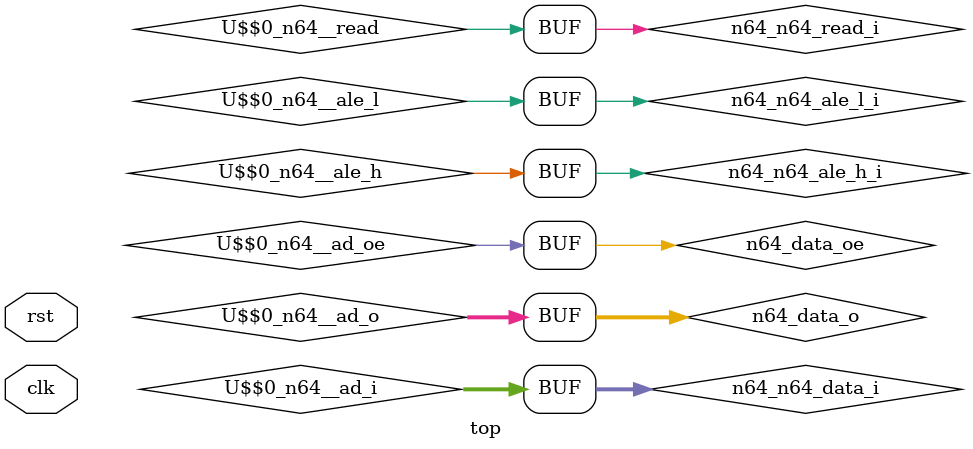
<source format=v>
/* Generated by Yosys 0.9+2406 (git sha1 aafaeb66, gcc 9.3.0-1 -march=x86-64 -mtune=generic -O2 -fstack-protector-strong -fno-plt -fPIC -Os) */

(* generator = "nMigen" *)
(* \nmigen.hierarchy  = "top.U$$0" *)
module \U$$0 (n64__ad_oe, n64__ad_i, n64__read, n64__ale_l, n64__ale_h, rst, clk, sdram__data_oe, sdram__data_out, sdram__data_in, sdram__cke, sdram__addr, sdram__ba, sdram__cs, sdram__ras, sdram__cas, sdram__we, sdram__dqm, n64__ad_o);
  (* src = "top.py:40" *)
  wire \$1 ;
  (* src = "top.py:44" *)
  wire \$11 ;
  (* src = "top.py:44" *)
  wire \$13 ;
  (* src = "top.py:46" *)
  wire [16:0] \$15 ;
  (* src = "top.py:46" *)
  wire [16:0] \$16 ;
  (* src = "top.py:59" *)
  wire [16:0] \$18 ;
  (* src = "top.py:59" *)
  wire [16:0] \$19 ;
  (* src = "top.py:44" *)
  wire \$21 ;
  (* src = "top.py:54" *)
  wire \$3 ;
  (* src = "top.py:40" *)
  wire \$5 ;
  (* src = "top.py:44" *)
  wire \$7 ;
  (* src = "top.py:54" *)
  wire \$9 ;
  (* src = "/home/stary/develop/n64/gateware/nmigen/sdram.py:18" *)
  reg [1:0] \U$$1_cmd  = 2'h0;
  (* src = "/home/stary/develop/n64/gateware/nmigen/sdram.py:18" *)
  reg [1:0] \U$$1_cmd$next ;
  (* src = "/home/stary/develop/n64/gateware/nmigen/sdram.py:26" *)
  wire [1:0] \U$$1_cmd_ack ;
  (* src = "/home/stary/develop/n64/gateware/nmigen/sdram.py:22" *)
  wire \U$$1_rd_valid ;
  (* src = "/home/stary/develop/n64/gateware/nmigen/sdram.py:24" *)
  wire \U$$1_wr_valid_early ;
  (* src = "/home/stary/.local/lib/python3.8/site-packages/nmigen/hdl/ir.py:526" *)
  input clk;
  (* src = "top.py:32" *)
  reg [15:0] counter = 16'h0000;
  (* src = "top.py:32" *)
  reg [15:0] \counter$next ;
  (* src = "top.py:33" *)
  reg [15:0] data = 16'h0000;
  (* src = "top.py:33" *)
  reg [15:0] \data$next ;
  (* src = "top.py:37" *)
  reg [1:0] fsm_state = 2'h0;
  (* src = "top.py:37" *)
  reg [1:0] \fsm_state$next ;
  (* src = "/home/stary/develop/n64/gateware/nmigen/cart.py:9" *)
  input [15:0] n64__ad_i;
  (* src = "/home/stary/develop/n64/gateware/nmigen/cart.py:9" *)
  output [15:0] n64__ad_o;
  (* src = "/home/stary/develop/n64/gateware/nmigen/cart.py:9" *)
  output n64__ad_oe;
  (* src = "/home/stary/develop/n64/gateware/nmigen/cart.py:9" *)
  input n64__ale_h;
  (* src = "/home/stary/develop/n64/gateware/nmigen/cart.py:9" *)
  input n64__ale_l;
  (* src = "/home/stary/develop/n64/gateware/nmigen/cart.py:9" *)
  input n64__read;
  (* src = "/home/stary/.local/lib/python3.8/site-packages/nmigen/hdl/ir.py:526" *)
  input rst;
  (* src = "/home/stary/develop/n64/gateware/nmigen/sdram.py:5" *)
  output [12:0] sdram__addr;
  (* src = "/home/stary/develop/n64/gateware/nmigen/sdram.py:5" *)
  output [1:0] sdram__ba;
  (* src = "/home/stary/develop/n64/gateware/nmigen/sdram.py:5" *)
  output sdram__cas;
  (* src = "/home/stary/develop/n64/gateware/nmigen/sdram.py:5" *)
  output sdram__cke;
  (* src = "/home/stary/develop/n64/gateware/nmigen/sdram.py:5" *)
  output sdram__cs;
  (* src = "/home/stary/develop/n64/gateware/nmigen/sdram.py:5" *)
  input [15:0] sdram__data_in;
  (* src = "/home/stary/develop/n64/gateware/nmigen/sdram.py:5" *)
  output sdram__data_oe;
  (* src = "/home/stary/develop/n64/gateware/nmigen/sdram.py:5" *)
  output [15:0] sdram__data_out;
  reg [15:0] sdram__data_out;
  (* src = "/home/stary/develop/n64/gateware/nmigen/sdram.py:5" *)
  output [1:0] sdram__dqm;
  (* src = "/home/stary/develop/n64/gateware/nmigen/sdram.py:5" *)
  output sdram__ras;
  (* src = "/home/stary/develop/n64/gateware/nmigen/sdram.py:5" *)
  output sdram__we;
  (* src = "top.py:35" *)
  reg write_happened = 1'h0;
  (* src = "top.py:35" *)
  reg \write_happened$next ;
  assign \$9  = \U$$1_cmd_ack  == (* src = "top.py:54" *) 2'h3;
  assign \$11  = \U$$1_wr_valid_early  | (* src = "top.py:44" *) sdram__data_oe;
  assign \$13  = \U$$1_wr_valid_early  | (* src = "top.py:44" *) sdram__data_oe;
  assign \$16  = counter + (* src = "top.py:46" *) 1'h1;
  assign \$1  = \U$$1_cmd_ack  == (* src = "top.py:40" *) 1'h1;
  assign \$19  = counter + (* src = "top.py:59" *) 1'h1;
  assign \$21  = \U$$1_wr_valid_early  | (* src = "top.py:44" *) sdram__data_oe;
  assign \$3  = \U$$1_cmd_ack  == (* src = "top.py:54" *) 2'h3;
  assign \$5  = \U$$1_cmd_ack  == (* src = "top.py:40" *) 1'h1;
  assign \$7  = \U$$1_wr_valid_early  | (* src = "top.py:44" *) sdram__data_oe;
  always @(posedge clk)
      data <= \data$next ;
  always @(posedge clk)
      counter <= \counter$next ;
  always @(posedge clk)
      write_happened <= \write_happened$next ;
  always @(posedge clk)
      fsm_state <= \fsm_state$next ;
  always @(posedge clk)
      \U$$1_cmd  <= \U$$1_cmd$next ;
  \U$$0$1  \U$$0  (
    .clk(clk),
    .n64__ad_i(n64__ad_i),
    .n64__ad_o(n64__ad_o),
    .n64__ad_oe(n64__ad_oe),
    .n64__ale_h(n64__ale_h),
    .n64__ale_l(n64__ale_l),
    .n64__read(n64__read),
    .rst(rst)
  );
  \U$$1  \U$$1  (
    .clk(clk),
    .cmd(\U$$1_cmd ),
    .cmd_ack(\U$$1_cmd_ack ),
    .rd_valid(\U$$1_rd_valid ),
    .sdram__addr(sdram__addr),
    .sdram__ba(sdram__ba),
    .sdram__cas(sdram__cas),
    .sdram__cke(sdram__cke),
    .sdram__cs(sdram__cs),
    .sdram__data_oe(sdram__data_oe),
    .sdram__dqm(sdram__dqm),
    .sdram__ras(sdram__ras),
    .sdram__we(sdram__we),
    .wr_valid_early(\U$$1_wr_valid_early )
  );
  always @* begin
    \U$$1_cmd$next  = \U$$1_cmd ;
    (* src = "top.py:37" *)
    casez (fsm_state)
      /* src = "top.py:38" */
      /* \nmigen.decoding  = "wait_sdram/0" */
      2'h0:
        begin
          \U$$1_cmd$next  = 2'h1;
          (* src = "top.py:40" *)
          casez (\$1 )
            /* src = "top.py:40" */
            1'h1:
                \U$$1_cmd$next  = 2'h0;
          endcase
        end
      /* src = "top.py:52" */
      /* \nmigen.decoding  = "read_req/2" */
      2'h2:
        begin
          \U$$1_cmd$next  = 2'h3;
          (* src = "top.py:54" *)
          casez (\$3 )
            /* src = "top.py:54" */
            1'h1:
                \U$$1_cmd$next  = 2'h0;
          endcase
        end
    endcase
    (* src = "/home/stary/.local/lib/python3.8/site-packages/nmigen/hdl/xfrm.py:530" *)
    casez (rst)
      1'h1:
          \U$$1_cmd$next  = 2'h0;
    endcase
  end
  always @* begin
    \fsm_state$next  = fsm_state;
    (* src = "top.py:37" *)
    casez (fsm_state)
      /* src = "top.py:38" */
      /* \nmigen.decoding  = "wait_sdram/0" */
      2'h0:
          (* src = "top.py:40" *)
          casez (\$5 )
            /* src = "top.py:40" */
            1'h1:
                \fsm_state$next  = 2'h1;
          endcase
      /* src = "top.py:43" */
      /* \nmigen.decoding  = "write/1" */
      2'h1:
          (* src = "top.py:44" *)
          casez (\$7 )
            /* src = "top.py:44" */
            1'h1:
                /* empty */;
            /* src = "top.py:48" */
            default:
                (* src = "top.py:49" *)
                casez (write_happened)
                  /* src = "top.py:49" */
                  1'h1:
                      \fsm_state$next  = 2'h2;
                endcase
          endcase
      /* src = "top.py:52" */
      /* \nmigen.decoding  = "read_req/2" */
      2'h2:
          (* src = "top.py:54" *)
          casez (\$9 )
            /* src = "top.py:54" */
            1'h1:
                \fsm_state$next  = 2'h3;
          endcase
    endcase
    (* src = "/home/stary/.local/lib/python3.8/site-packages/nmigen/hdl/xfrm.py:530" *)
    casez (rst)
      1'h1:
          \fsm_state$next  = 2'h0;
    endcase
  end
  always @* begin
    \write_happened$next  = write_happened;
    (* src = "top.py:37" *)
    casez (fsm_state)
      /* src = "top.py:43" */
      /* \nmigen.decoding  = "write/1" */
      2'h1:
          (* src = "top.py:44" *)
          casez (\$11 )
            /* src = "top.py:44" */
            1'h1:
                \write_happened$next  = 1'h1;
            /* src = "top.py:48" */
            default:
                (* src = "top.py:49" *)
                casez (write_happened)
                  /* src = "top.py:49" */
                  1'h1:
                      \write_happened$next  = 1'h0;
                endcase
          endcase
    endcase
    (* src = "/home/stary/.local/lib/python3.8/site-packages/nmigen/hdl/xfrm.py:530" *)
    casez (rst)
      1'h1:
          \write_happened$next  = 1'h0;
    endcase
  end
  always @* begin
    \counter$next  = counter;
    (* src = "top.py:37" *)
    casez (fsm_state)
      /* src = "top.py:43" */
      /* \nmigen.decoding  = "write/1" */
      2'h1:
          (* src = "top.py:44" *)
          casez (\$13 )
            /* src = "top.py:44" */
            1'h1:
                \counter$next  = \$15 [15:0];
          endcase
      /* src = "top.py:57" */
      /* \nmigen.decoding  = "read/3" */
      2'h3:
          (* src = "top.py:58" *)
          casez (\U$$1_rd_valid )
            /* src = "top.py:58" */
            1'h1:
                \counter$next  = \$18 [15:0];
          endcase
    endcase
    (* src = "/home/stary/.local/lib/python3.8/site-packages/nmigen/hdl/xfrm.py:530" *)
    casez (rst)
      1'h1:
          \counter$next  = 16'h0000;
    endcase
  end
  always @* begin
    sdram__data_out = 16'h0000;
    (* src = "top.py:37" *)
    casez (fsm_state)
      /* src = "top.py:43" */
      /* \nmigen.decoding  = "write/1" */
      2'h1:
          (* src = "top.py:44" *)
          casez (\$21 )
            /* src = "top.py:44" */
            1'h1:
                sdram__data_out = counter;
          endcase
    endcase
  end
  always @* begin
    \data$next  = data;
    (* src = "top.py:37" *)
    casez (fsm_state)
      /* src = "top.py:57" */
      /* \nmigen.decoding  = "read/3" */
      2'h3:
          (* src = "top.py:58" *)
          casez (\U$$1_rd_valid )
            /* src = "top.py:58" */
            1'h1:
                \data$next  = sdram__data_in;
          endcase
    endcase
    (* src = "/home/stary/.local/lib/python3.8/site-packages/nmigen/hdl/xfrm.py:530" *)
    casez (rst)
      1'h1:
          \data$next  = 16'h0000;
    endcase
  end
  assign \$15  = \$16 ;
  assign \$18  = \$19 ;
endmodule

(* generator = "nMigen" *)
(* \nmigen.hierarchy  = "top.U$$0.U$$0" *)
module \U$$0$1 (n64__ad_oe, n64__ad_i, n64__read, n64__ale_l, n64__ale_h, rst, clk, n64__ad_o);
  (* src = "/home/stary/develop/n64/gateware/nmigen/cart.py:25" *)
  wire [23:0] \$1 ;
  (* src = "/home/stary/develop/n64/gateware/nmigen/cart.py:25" *)
  wire [23:0] \$2 ;
  (* src = "/home/stary/develop/n64/gateware/nmigen/cart.py:49" *)
  wire [32:0] \$4 ;
  (* src = "/home/stary/develop/n64/gateware/nmigen/cart.py:49" *)
  wire [32:0] \$5 ;
  (* src = "/home/stary/develop/n64/gateware/nmigen/cart.py:27" *)
  reg [31:0] addr = 32'd0;
  (* src = "/home/stary/develop/n64/gateware/nmigen/cart.py:27" *)
  reg [31:0] \addr$next ;
  (* src = "/home/stary/develop/n64/gateware/nmigen/misc.py:6" *)
  wire ale_l_edge_fall;
  (* src = "/home/stary/.local/lib/python3.8/site-packages/nmigen/hdl/ir.py:526" *)
  input clk;
  (* src = "/home/stary/develop/n64/gateware/nmigen/cart.py:9" *)
  input [15:0] n64__ad_i;
  (* src = "/home/stary/develop/n64/gateware/nmigen/cart.py:9" *)
  output [15:0] n64__ad_o;
  reg [15:0] n64__ad_o = 16'h0000;
  (* src = "/home/stary/develop/n64/gateware/nmigen/cart.py:9" *)
  reg [15:0] \n64__ad_o$next ;
  (* src = "/home/stary/develop/n64/gateware/nmigen/cart.py:9" *)
  output n64__ad_oe;
  reg n64__ad_oe = 1'h0;
  (* src = "/home/stary/develop/n64/gateware/nmigen/cart.py:9" *)
  reg \n64__ad_oe$next ;
  (* src = "/home/stary/develop/n64/gateware/nmigen/cart.py:9" *)
  input n64__ale_h;
  (* src = "/home/stary/develop/n64/gateware/nmigen/cart.py:9" *)
  input n64__ale_l;
  (* src = "/home/stary/develop/n64/gateware/nmigen/cart.py:9" *)
  input n64__read;
  (* src = "/home/stary/develop/n64/gateware/nmigen/misc.py:6" *)
  wire read_edge_fall;
  (* src = "/home/stary/.local/lib/python3.8/site-packages/nmigen/hdl/ir.py:526" *)
  input rst;
  (* src = "/home/stary/develop/n64/gateware/nmigen/cart.py:24" *)
  reg [22:0] timer = 23'h000000;
  (* src = "/home/stary/develop/n64/gateware/nmigen/cart.py:24" *)
  reg [22:0] \timer$next ;
  assign \$2  = timer + (* src = "/home/stary/develop/n64/gateware/nmigen/cart.py:25" *) 1'h1;
  assign \$5  = addr + (* src = "/home/stary/develop/n64/gateware/nmigen/cart.py:49" *) 2'h2;
  always @(posedge clk)
      n64__ad_o <= \n64__ad_o$next ;
  always @(posedge clk)
      n64__ad_oe <= \n64__ad_oe$next ;
  always @(posedge clk)
      addr <= \addr$next ;
  always @(posedge clk)
      timer <= \timer$next ;
  ale_l_edge ale_l_edge (
    .clk(clk),
    .fall(ale_l_edge_fall),
    .n64__ale_l(n64__ale_l),
    .rst(rst)
  );
  read_edge read_edge (
    .clk(clk),
    .fall(read_edge_fall),
    .n64__read(n64__read),
    .rst(rst)
  );
  always @* begin
    \timer$next  = \$1 [22:0];
    (* src = "/home/stary/.local/lib/python3.8/site-packages/nmigen/hdl/xfrm.py:530" *)
    casez (rst)
      1'h1:
          \timer$next  = 23'h000000;
    endcase
  end
  always @* begin
    \addr$next  = addr;
    (* src = "/home/stary/develop/n64/gateware/nmigen/cart.py:33" *)
    casez (n64__ale_l)
      /* src = "/home/stary/develop/n64/gateware/nmigen/cart.py:33" */
      1'h1:
          (* src = "/home/stary/develop/n64/gateware/nmigen/cart.py:34" *)
          casez (n64__ale_h)
            /* src = "/home/stary/develop/n64/gateware/nmigen/cart.py:34" */
            1'h1:
                \addr$next [31:16] = n64__ad_i;
            /* src = "/home/stary/develop/n64/gateware/nmigen/cart.py:36" */
            default:
                \addr$next [15:0] = n64__ad_i;
          endcase
    endcase
    (* src = "/home/stary/develop/n64/gateware/nmigen/cart.py:45" *)
    casez (read_edge_fall)
      /* src = "/home/stary/develop/n64/gateware/nmigen/cart.py:45" */
      1'h1:
          \addr$next  = \$4 [31:0];
    endcase
    (* src = "/home/stary/.local/lib/python3.8/site-packages/nmigen/hdl/xfrm.py:530" *)
    casez (rst)
      1'h1:
          \addr$next  = 32'd0;
    endcase
  end
  always @* begin
    (* src = "/home/stary/develop/n64/gateware/nmigen/cart.py:45" *)
    casez (read_edge_fall)
      /* src = "/home/stary/develop/n64/gateware/nmigen/cart.py:45" */
      1'h1:
          \n64__ad_oe$next  = 1'h1;
      /* src = "/home/stary/develop/n64/gateware/nmigen/cart.py:50" */
      default:
          \n64__ad_oe$next  = 1'h0;
    endcase
    (* src = "/home/stary/.local/lib/python3.8/site-packages/nmigen/hdl/xfrm.py:530" *)
    casez (rst)
      1'h1:
          \n64__ad_oe$next  = 1'h0;
    endcase
  end
  always @* begin
    \n64__ad_o$next  = n64__ad_o;
    (* src = "/home/stary/develop/n64/gateware/nmigen/cart.py:45" *)
    casez (read_edge_fall)
      /* src = "/home/stary/develop/n64/gateware/nmigen/cart.py:45" */
      1'h1:
          \n64__ad_o$next  = 16'h0000;
    endcase
    (* src = "/home/stary/.local/lib/python3.8/site-packages/nmigen/hdl/xfrm.py:530" *)
    casez (rst)
      1'h1:
          \n64__ad_o$next  = 16'h0000;
    endcase
  end
  assign \$1  = \$2 ;
  assign \$4  = \$5 ;
endmodule

(* generator = "nMigen" *)
(* \nmigen.hierarchy  = "top.U$$0.U$$1" *)
module \U$$1 (cmd, cmd_ack, wr_valid_early, sdram__data_oe, rd_valid, sdram__cke, sdram__addr, sdram__ba, sdram__cs, sdram__ras, sdram__cas, sdram__we, sdram__dqm, clk);
  (* src = "/home/stary/develop/n64/gateware/nmigen/sdram.py:19" *)
  wire [23:0] addr;
  (* src = "/home/stary/.local/lib/python3.8/site-packages/nmigen/hdl/ir.py:526" *)
  input clk;
  (* src = "/home/stary/develop/n64/gateware/nmigen/sdram.py:18" *)
  input [1:0] cmd;
  (* src = "/home/stary/develop/n64/gateware/nmigen/sdram.py:26" *)
  output [1:0] cmd_ack;
  (* src = "/home/stary/develop/n64/gateware/nmigen/sdram.py:22" *)
  output rd_valid;
  (* src = "/home/stary/develop/n64/gateware/nmigen/sdram.py:5" *)
  output [12:0] sdram__addr;
  (* src = "/home/stary/develop/n64/gateware/nmigen/sdram.py:5" *)
  output [1:0] sdram__ba;
  (* src = "/home/stary/develop/n64/gateware/nmigen/sdram.py:5" *)
  output sdram__cas;
  (* src = "/home/stary/develop/n64/gateware/nmigen/sdram.py:5" *)
  output sdram__cke;
  (* src = "/home/stary/develop/n64/gateware/nmigen/sdram.py:5" *)
  output sdram__cs;
  (* src = "/home/stary/develop/n64/gateware/nmigen/sdram.py:5" *)
  output sdram__data_oe;
  (* src = "/home/stary/develop/n64/gateware/nmigen/sdram.py:5" *)
  output [1:0] sdram__dqm;
  (* src = "/home/stary/develop/n64/gateware/nmigen/sdram.py:5" *)
  output sdram__ras;
  (* src = "/home/stary/develop/n64/gateware/nmigen/sdram.py:5" *)
  output sdram__we;
  (* src = "/home/stary/develop/n64/gateware/nmigen/sdram.py:24" *)
  output wr_valid_early;
  sdram_16bit \U$$0  (
    .sdr_ADDR(sdram__addr),
    .sdr_BA(sdram__ba),
    .sdr_DQM(sdram__dqm),
    .sdr_data_needed_early(wr_valid_early),
    .sdr_data_oe(sdram__data_oe),
    .sdr_n_CS_WE_RAS_CAS({ sdram__cs, sdram__we, sdram__ras, sdram__cas }),
    .sys_ADDR(addr),
    .sys_CLK(clk),
    .sys_CMD(cmd),
    .sys_cmd_ack(cmd_ack),
    .sys_rd_data_valid(rd_valid)
  );
  assign addr = 24'h000000;
  assign sdram__cke = 1'h1;
endmodule

(* generator = "nMigen" *)
(* \nmigen.hierarchy  = "top.U$$0.U$$0.ale_l_edge" *)
module ale_l_edge(rst, clk, fall, n64__ale_l);
  (* src = "/home/stary/develop/n64/gateware/nmigen/misc.py:14" *)
  wire \$1 ;
  (* src = "/home/stary/develop/n64/gateware/nmigen/misc.py:14" *)
  wire \$3 ;
  (* src = "/home/stary/develop/n64/gateware/nmigen/misc.py:15" *)
  wire \$5 ;
  (* src = "/home/stary/develop/n64/gateware/nmigen/misc.py:15" *)
  wire \$7 ;
  (* src = "/home/stary/.local/lib/python3.8/site-packages/nmigen/hdl/ir.py:526" *)
  input clk;
  (* src = "/home/stary/develop/n64/gateware/nmigen/misc.py:6" *)
  output fall;
  reg fall = 1'h0;
  (* src = "/home/stary/develop/n64/gateware/nmigen/misc.py:6" *)
  reg \fall$next ;
  (* src = "/home/stary/develop/n64/gateware/nmigen/misc.py:11" *)
  reg last = 1'h0;
  (* src = "/home/stary/develop/n64/gateware/nmigen/misc.py:11" *)
  reg \last$next ;
  (* src = "/home/stary/develop/n64/gateware/nmigen/cart.py:9" *)
  input n64__ale_l;
  (* src = "/home/stary/develop/n64/gateware/nmigen/misc.py:7" *)
  reg rise = 1'h0;
  (* src = "/home/stary/develop/n64/gateware/nmigen/misc.py:7" *)
  reg \rise$next ;
  (* src = "/home/stary/.local/lib/python3.8/site-packages/nmigen/hdl/ir.py:526" *)
  input rst;
  assign \$1  = ~ (* src = "/home/stary/develop/n64/gateware/nmigen/misc.py:14" *) n64__ale_l;
  assign \$3  = \$1  & (* src = "/home/stary/develop/n64/gateware/nmigen/misc.py:14" *) last;
  assign \$5  = ~ (* src = "/home/stary/develop/n64/gateware/nmigen/misc.py:15" *) last;
  assign \$7  = n64__ale_l & (* src = "/home/stary/develop/n64/gateware/nmigen/misc.py:15" *) \$5 ;
  always @(posedge clk)
      rise <= \rise$next ;
  always @(posedge clk)
      fall <= \fall$next ;
  always @(posedge clk)
      last <= \last$next ;
  always @* begin
    \last$next  = n64__ale_l;
    (* src = "/home/stary/.local/lib/python3.8/site-packages/nmigen/hdl/xfrm.py:530" *)
    casez (rst)
      1'h1:
          \last$next  = 1'h0;
    endcase
  end
  always @* begin
    \fall$next  = \$3 ;
    (* src = "/home/stary/.local/lib/python3.8/site-packages/nmigen/hdl/xfrm.py:530" *)
    casez (rst)
      1'h1:
          \fall$next  = 1'h0;
    endcase
  end
  always @* begin
    \rise$next  = \$7 ;
    (* src = "/home/stary/.local/lib/python3.8/site-packages/nmigen/hdl/xfrm.py:530" *)
    casez (rst)
      1'h1:
          \rise$next  = 1'h0;
    endcase
  end
endmodule

(* generator = "nMigen" *)
(* \nmigen.hierarchy  = "top.n64" *)
module n64(n64_read_i, n64_write_i, n64_ale_l_i, n64_ale_h_i, rst, clk, n64_data_i);
  (* src = "/home/stary/develop/n64/gateware/nmigen/test.py:101" *)
  wire \$1 ;
  (* src = "/home/stary/develop/n64/gateware/nmigen/test.py:103" *)
  wire [31:0] \$10 ;
  (* src = "/home/stary/develop/n64/gateware/nmigen/test.py:107" *)
  wire \$100 ;
  (* src = "/home/stary/develop/n64/gateware/nmigen/test.py:109" *)
  wire [32:0] \$102 ;
  (* src = "/home/stary/develop/n64/gateware/nmigen/test.py:109" *)
  wire [32:0] \$103 ;
  (* src = "/home/stary/develop/n64/gateware/nmigen/test.py:101" *)
  wire \$105 ;
  (* src = "/home/stary/develop/n64/gateware/nmigen/test.py:107" *)
  wire \$107 ;
  (* src = "/home/stary/develop/n64/gateware/nmigen/test.py:109" *)
  wire [32:0] \$109 ;
  (* src = "/home/stary/develop/n64/gateware/nmigen/test.py:75" *)
  wire [31:0] \$11 ;
  (* src = "/home/stary/develop/n64/gateware/nmigen/test.py:109" *)
  wire [32:0] \$110 ;
  (* src = "/home/stary/develop/n64/gateware/nmigen/test.py:101" *)
  wire \$112 ;
  (* src = "/home/stary/develop/n64/gateware/nmigen/test.py:107" *)
  wire \$114 ;
  (* src = "/home/stary/develop/n64/gateware/nmigen/test.py:109" *)
  wire [32:0] \$116 ;
  (* src = "/home/stary/develop/n64/gateware/nmigen/test.py:109" *)
  wire [32:0] \$117 ;
  (* src = "/home/stary/develop/n64/gateware/nmigen/test.py:101" *)
  wire \$119 ;
  (* src = "/home/stary/develop/n64/gateware/nmigen/test.py:107" *)
  wire \$121 ;
  (* src = "/home/stary/develop/n64/gateware/nmigen/test.py:109" *)
  wire [32:0] \$123 ;
  (* src = "/home/stary/develop/n64/gateware/nmigen/test.py:109" *)
  wire [32:0] \$124 ;
  (* src = "/home/stary/develop/n64/gateware/nmigen/test.py:101" *)
  wire \$126 ;
  (* src = "/home/stary/develop/n64/gateware/nmigen/test.py:107" *)
  wire \$128 ;
  (* src = "/home/stary/develop/n64/gateware/nmigen/test.py:75" *)
  wire [31:0] \$13 ;
  (* src = "/home/stary/develop/n64/gateware/nmigen/test.py:109" *)
  wire [32:0] \$130 ;
  (* src = "/home/stary/develop/n64/gateware/nmigen/test.py:109" *)
  wire [32:0] \$131 ;
  (* src = "/home/stary/develop/n64/gateware/nmigen/test.py:101" *)
  wire \$133 ;
  (* src = "/home/stary/develop/n64/gateware/nmigen/test.py:107" *)
  wire \$135 ;
  (* src = "/home/stary/develop/n64/gateware/nmigen/test.py:109" *)
  wire [32:0] \$137 ;
  (* src = "/home/stary/develop/n64/gateware/nmigen/test.py:109" *)
  wire [32:0] \$138 ;
  (* src = "/home/stary/develop/n64/gateware/nmigen/test.py:101" *)
  wire \$140 ;
  (* src = "/home/stary/develop/n64/gateware/nmigen/test.py:107" *)
  wire \$142 ;
  (* src = "/home/stary/develop/n64/gateware/nmigen/test.py:109" *)
  wire [32:0] \$144 ;
  (* src = "/home/stary/develop/n64/gateware/nmigen/test.py:109" *)
  wire [32:0] \$145 ;
  (* src = "/home/stary/develop/n64/gateware/nmigen/test.py:101" *)
  wire \$147 ;
  (* src = "/home/stary/develop/n64/gateware/nmigen/test.py:113" *)
  wire [16:0] \$149 ;
  (* src = "/home/stary/develop/n64/gateware/nmigen/test.py:101" *)
  wire \$15 ;
  (* src = "/home/stary/develop/n64/gateware/nmigen/test.py:113" *)
  wire [16:0] \$150 ;
  (* src = "/home/stary/develop/n64/gateware/nmigen/test.py:101" *)
  wire \$152 ;
  (* src = "/home/stary/develop/n64/gateware/nmigen/test.py:113" *)
  wire [16:0] \$154 ;
  (* src = "/home/stary/develop/n64/gateware/nmigen/test.py:113" *)
  wire [16:0] \$155 ;
  (* src = "/home/stary/develop/n64/gateware/nmigen/test.py:101" *)
  wire \$157 ;
  (* src = "/home/stary/develop/n64/gateware/nmigen/test.py:113" *)
  wire [16:0] \$159 ;
  (* src = "/home/stary/develop/n64/gateware/nmigen/test.py:113" *)
  wire [16:0] \$160 ;
  (* src = "/home/stary/develop/n64/gateware/nmigen/test.py:101" *)
  wire \$162 ;
  (* src = "/home/stary/develop/n64/gateware/nmigen/test.py:113" *)
  wire [16:0] \$164 ;
  (* src = "/home/stary/develop/n64/gateware/nmigen/test.py:113" *)
  wire [16:0] \$165 ;
  (* src = "/home/stary/develop/n64/gateware/nmigen/test.py:101" *)
  wire \$167 ;
  (* src = "/home/stary/develop/n64/gateware/nmigen/test.py:113" *)
  wire [16:0] \$169 ;
  (* src = "/home/stary/develop/n64/gateware/nmigen/test.py:103" *)
  wire [31:0] \$17 ;
  (* src = "/home/stary/develop/n64/gateware/nmigen/test.py:113" *)
  wire [16:0] \$170 ;
  (* src = "/home/stary/develop/n64/gateware/nmigen/test.py:101" *)
  wire \$172 ;
  (* src = "/home/stary/develop/n64/gateware/nmigen/test.py:113" *)
  wire [16:0] \$174 ;
  (* src = "/home/stary/develop/n64/gateware/nmigen/test.py:113" *)
  wire [16:0] \$175 ;
  (* src = "/home/stary/develop/n64/gateware/nmigen/test.py:101" *)
  wire \$177 ;
  (* src = "/home/stary/develop/n64/gateware/nmigen/test.py:113" *)
  wire [16:0] \$179 ;
  (* src = "/home/stary/develop/n64/gateware/nmigen/test.py:75" *)
  wire [31:0] \$18 ;
  (* src = "/home/stary/develop/n64/gateware/nmigen/test.py:113" *)
  wire [16:0] \$180 ;
  (* src = "/home/stary/develop/n64/gateware/nmigen/test.py:101" *)
  wire \$182 ;
  (* src = "/home/stary/develop/n64/gateware/nmigen/test.py:113" *)
  wire [16:0] \$184 ;
  (* src = "/home/stary/develop/n64/gateware/nmigen/test.py:113" *)
  wire [16:0] \$185 ;
  (* src = "/home/stary/develop/n64/gateware/nmigen/test.py:101" *)
  wire \$187 ;
  (* src = "/home/stary/develop/n64/gateware/nmigen/test.py:113" *)
  wire [16:0] \$189 ;
  (* src = "/home/stary/develop/n64/gateware/nmigen/test.py:113" *)
  wire [16:0] \$190 ;
  (* src = "/home/stary/develop/n64/gateware/nmigen/test.py:101" *)
  wire \$192 ;
  (* src = "/home/stary/develop/n64/gateware/nmigen/test.py:113" *)
  wire [16:0] \$194 ;
  (* src = "/home/stary/develop/n64/gateware/nmigen/test.py:113" *)
  wire [16:0] \$195 ;
  (* src = "/home/stary/develop/n64/gateware/nmigen/test.py:101" *)
  wire \$197 ;
  (* src = "/home/stary/develop/n64/gateware/nmigen/test.py:104" *)
  wire [16:0] \$199 ;
  (* src = "/home/stary/develop/n64/gateware/nmigen/test.py:75" *)
  wire [31:0] \$20 ;
  (* src = "/home/stary/develop/n64/gateware/nmigen/test.py:104" *)
  wire [16:0] \$200 ;
  (* src = "/home/stary/develop/n64/gateware/nmigen/test.py:107" *)
  wire \$202 ;
  (* src = "/home/stary/develop/n64/gateware/nmigen/test.py:111" *)
  wire [16:0] \$204 ;
  (* src = "/home/stary/develop/n64/gateware/nmigen/test.py:111" *)
  wire [16:0] \$205 ;
  (* src = "/home/stary/develop/n64/gateware/nmigen/test.py:101" *)
  wire \$207 ;
  (* src = "/home/stary/develop/n64/gateware/nmigen/test.py:104" *)
  wire [16:0] \$209 ;
  (* src = "/home/stary/develop/n64/gateware/nmigen/test.py:104" *)
  wire [16:0] \$210 ;
  (* src = "/home/stary/develop/n64/gateware/nmigen/test.py:107" *)
  wire \$212 ;
  (* src = "/home/stary/develop/n64/gateware/nmigen/test.py:111" *)
  wire [16:0] \$214 ;
  (* src = "/home/stary/develop/n64/gateware/nmigen/test.py:111" *)
  wire [16:0] \$215 ;
  (* src = "/home/stary/develop/n64/gateware/nmigen/test.py:101" *)
  wire \$217 ;
  (* src = "/home/stary/develop/n64/gateware/nmigen/test.py:104" *)
  wire [16:0] \$219 ;
  (* src = "/home/stary/develop/n64/gateware/nmigen/test.py:101" *)
  wire \$22 ;
  (* src = "/home/stary/develop/n64/gateware/nmigen/test.py:104" *)
  wire [16:0] \$220 ;
  (* src = "/home/stary/develop/n64/gateware/nmigen/test.py:107" *)
  wire \$222 ;
  (* src = "/home/stary/develop/n64/gateware/nmigen/test.py:111" *)
  wire [16:0] \$224 ;
  (* src = "/home/stary/develop/n64/gateware/nmigen/test.py:111" *)
  wire [16:0] \$225 ;
  (* src = "/home/stary/develop/n64/gateware/nmigen/test.py:101" *)
  wire \$227 ;
  (* src = "/home/stary/develop/n64/gateware/nmigen/test.py:104" *)
  wire [16:0] \$229 ;
  (* src = "/home/stary/develop/n64/gateware/nmigen/test.py:104" *)
  wire [16:0] \$230 ;
  (* src = "/home/stary/develop/n64/gateware/nmigen/test.py:107" *)
  wire \$232 ;
  (* src = "/home/stary/develop/n64/gateware/nmigen/test.py:111" *)
  wire [16:0] \$234 ;
  (* src = "/home/stary/develop/n64/gateware/nmigen/test.py:111" *)
  wire [16:0] \$235 ;
  (* src = "/home/stary/develop/n64/gateware/nmigen/test.py:101" *)
  wire \$237 ;
  (* src = "/home/stary/develop/n64/gateware/nmigen/test.py:104" *)
  wire [16:0] \$239 ;
  (* src = "/home/stary/develop/n64/gateware/nmigen/test.py:103" *)
  wire [31:0] \$24 ;
  (* src = "/home/stary/develop/n64/gateware/nmigen/test.py:104" *)
  wire [16:0] \$240 ;
  (* src = "/home/stary/develop/n64/gateware/nmigen/test.py:107" *)
  wire \$242 ;
  (* src = "/home/stary/develop/n64/gateware/nmigen/test.py:111" *)
  wire [16:0] \$244 ;
  (* src = "/home/stary/develop/n64/gateware/nmigen/test.py:111" *)
  wire [16:0] \$245 ;
  (* src = "/home/stary/develop/n64/gateware/nmigen/test.py:101" *)
  wire \$247 ;
  (* src = "/home/stary/develop/n64/gateware/nmigen/test.py:104" *)
  wire [16:0] \$249 ;
  (* src = "/home/stary/develop/n64/gateware/nmigen/test.py:76" *)
  wire [31:0] \$25 ;
  (* src = "/home/stary/develop/n64/gateware/nmigen/test.py:104" *)
  wire [16:0] \$250 ;
  (* src = "/home/stary/develop/n64/gateware/nmigen/test.py:107" *)
  wire \$252 ;
  (* src = "/home/stary/develop/n64/gateware/nmigen/test.py:111" *)
  wire [16:0] \$254 ;
  (* src = "/home/stary/develop/n64/gateware/nmigen/test.py:111" *)
  wire [16:0] \$255 ;
  (* src = "/home/stary/develop/n64/gateware/nmigen/test.py:101" *)
  wire \$257 ;
  (* src = "/home/stary/develop/n64/gateware/nmigen/test.py:104" *)
  wire [16:0] \$259 ;
  (* src = "/home/stary/develop/n64/gateware/nmigen/test.py:104" *)
  wire [16:0] \$260 ;
  (* src = "/home/stary/develop/n64/gateware/nmigen/test.py:107" *)
  wire \$262 ;
  (* src = "/home/stary/develop/n64/gateware/nmigen/test.py:111" *)
  wire [16:0] \$264 ;
  (* src = "/home/stary/develop/n64/gateware/nmigen/test.py:111" *)
  wire [16:0] \$265 ;
  (* src = "/home/stary/develop/n64/gateware/nmigen/test.py:101" *)
  wire \$267 ;
  (* src = "/home/stary/develop/n64/gateware/nmigen/test.py:104" *)
  wire [16:0] \$269 ;
  (* src = "/home/stary/develop/n64/gateware/nmigen/test.py:101" *)
  wire \$27 ;
  (* src = "/home/stary/develop/n64/gateware/nmigen/test.py:104" *)
  wire [16:0] \$270 ;
  (* src = "/home/stary/develop/n64/gateware/nmigen/test.py:107" *)
  wire \$272 ;
  (* src = "/home/stary/develop/n64/gateware/nmigen/test.py:111" *)
  wire [16:0] \$274 ;
  (* src = "/home/stary/develop/n64/gateware/nmigen/test.py:111" *)
  wire [16:0] \$275 ;
  (* src = "/home/stary/develop/n64/gateware/nmigen/test.py:101" *)
  wire \$277 ;
  (* src = "/home/stary/develop/n64/gateware/nmigen/test.py:104" *)
  wire [16:0] \$279 ;
  (* src = "/home/stary/develop/n64/gateware/nmigen/test.py:104" *)
  wire [16:0] \$280 ;
  (* src = "/home/stary/develop/n64/gateware/nmigen/test.py:107" *)
  wire \$282 ;
  (* src = "/home/stary/develop/n64/gateware/nmigen/test.py:111" *)
  wire [16:0] \$284 ;
  (* src = "/home/stary/develop/n64/gateware/nmigen/test.py:111" *)
  wire [16:0] \$285 ;
  (* src = "/home/stary/develop/n64/gateware/nmigen/test.py:101" *)
  wire \$287 ;
  (* src = "/home/stary/develop/n64/gateware/nmigen/test.py:104" *)
  wire [16:0] \$289 ;
  (* src = "/home/stary/develop/n64/gateware/nmigen/test.py:103" *)
  wire [31:0] \$29 ;
  (* src = "/home/stary/develop/n64/gateware/nmigen/test.py:104" *)
  wire [16:0] \$290 ;
  (* src = "/home/stary/develop/n64/gateware/nmigen/test.py:107" *)
  wire \$292 ;
  (* src = "/home/stary/develop/n64/gateware/nmigen/test.py:111" *)
  wire [16:0] \$294 ;
  (* src = "/home/stary/develop/n64/gateware/nmigen/test.py:111" *)
  wire [16:0] \$295 ;
  (* src = "/home/stary/develop/n64/gateware/nmigen/test.py:103" *)
  wire [31:0] \$3 ;
  (* src = "/home/stary/develop/n64/gateware/nmigen/test.py:76" *)
  wire [31:0] \$30 ;
  (* src = "/home/stary/develop/n64/gateware/nmigen/test.py:101" *)
  wire \$32 ;
  (* src = "/home/stary/develop/n64/gateware/nmigen/test.py:103" *)
  wire [31:0] \$34 ;
  (* src = "/home/stary/develop/n64/gateware/nmigen/test.py:76" *)
  wire [31:0] \$35 ;
  (* src = "/home/stary/develop/n64/gateware/nmigen/test.py:101" *)
  wire \$37 ;
  (* src = "/home/stary/develop/n64/gateware/nmigen/test.py:103" *)
  wire [31:0] \$39 ;
  (* src = "/home/stary/develop/n64/gateware/nmigen/test.py:75" *)
  wire [31:0] \$4 ;
  (* src = "/home/stary/develop/n64/gateware/nmigen/test.py:76" *)
  wire [31:0] \$40 ;
  (* src = "/home/stary/develop/n64/gateware/nmigen/test.py:101" *)
  wire \$42 ;
  (* src = "/home/stary/develop/n64/gateware/nmigen/test.py:103" *)
  wire [31:0] \$44 ;
  (* src = "/home/stary/develop/n64/gateware/nmigen/test.py:76" *)
  wire [31:0] \$45 ;
  (* src = "/home/stary/develop/n64/gateware/nmigen/test.py:101" *)
  wire \$47 ;
  (* src = "/home/stary/develop/n64/gateware/nmigen/test.py:103" *)
  wire [31:0] \$49 ;
  (* src = "/home/stary/develop/n64/gateware/nmigen/test.py:76" *)
  wire [31:0] \$50 ;
  (* src = "/home/stary/develop/n64/gateware/nmigen/test.py:101" *)
  wire \$52 ;
  (* src = "/home/stary/develop/n64/gateware/nmigen/test.py:103" *)
  wire [31:0] \$54 ;
  (* src = "/home/stary/develop/n64/gateware/nmigen/test.py:76" *)
  wire [31:0] \$55 ;
  (* src = "/home/stary/develop/n64/gateware/nmigen/test.py:101" *)
  wire \$57 ;
  (* src = "/home/stary/develop/n64/gateware/nmigen/test.py:101" *)
  wire \$59 ;
  (* src = "/home/stary/develop/n64/gateware/nmigen/test.py:75" *)
  wire [31:0] \$6 ;
  (* src = "/home/stary/develop/n64/gateware/nmigen/test.py:101" *)
  wire \$61 ;
  (* src = "/home/stary/develop/n64/gateware/nmigen/test.py:101" *)
  wire \$63 ;
  (* src = "/home/stary/develop/n64/gateware/nmigen/test.py:101" *)
  wire \$65 ;
  (* src = "/home/stary/develop/n64/gateware/nmigen/test.py:101" *)
  wire \$67 ;
  (* src = "/home/stary/develop/n64/gateware/nmigen/test.py:101" *)
  wire \$69 ;
  (* src = "/home/stary/develop/n64/gateware/nmigen/test.py:101" *)
  wire \$71 ;
  (* src = "/home/stary/develop/n64/gateware/nmigen/test.py:101" *)
  wire \$73 ;
  (* src = "/home/stary/develop/n64/gateware/nmigen/test.py:101" *)
  wire \$75 ;
  (* src = "/home/stary/develop/n64/gateware/nmigen/test.py:101" *)
  wire \$77 ;
  (* src = "/home/stary/develop/n64/gateware/nmigen/test.py:107" *)
  wire \$79 ;
  (* src = "/home/stary/develop/n64/gateware/nmigen/test.py:101" *)
  wire \$8 ;
  (* src = "/home/stary/develop/n64/gateware/nmigen/test.py:109" *)
  wire [32:0] \$81 ;
  (* src = "/home/stary/develop/n64/gateware/nmigen/test.py:109" *)
  wire [32:0] \$82 ;
  (* src = "/home/stary/develop/n64/gateware/nmigen/test.py:101" *)
  wire \$84 ;
  (* src = "/home/stary/develop/n64/gateware/nmigen/test.py:107" *)
  wire \$86 ;
  (* src = "/home/stary/develop/n64/gateware/nmigen/test.py:109" *)
  wire [32:0] \$88 ;
  (* src = "/home/stary/develop/n64/gateware/nmigen/test.py:109" *)
  wire [32:0] \$89 ;
  (* src = "/home/stary/develop/n64/gateware/nmigen/test.py:101" *)
  wire \$91 ;
  (* src = "/home/stary/develop/n64/gateware/nmigen/test.py:107" *)
  wire \$93 ;
  (* src = "/home/stary/develop/n64/gateware/nmigen/test.py:109" *)
  wire [32:0] \$95 ;
  (* src = "/home/stary/develop/n64/gateware/nmigen/test.py:109" *)
  wire [32:0] \$96 ;
  (* src = "/home/stary/develop/n64/gateware/nmigen/test.py:101" *)
  wire \$98 ;
  (* src = "/home/stary/.local/lib/python3.8/site-packages/nmigen/hdl/ir.py:526" *)
  input clk;
  (* src = "/home/stary/develop/n64/gateware/nmigen/test.py:49" *)
  reg [15:0] counter = 16'h0000;
  (* src = "/home/stary/develop/n64/gateware/nmigen/test.py:49" *)
  reg [15:0] \counter$next ;
  (* src = "/home/stary/develop/n64/gateware/nmigen/test.py:28" *)
  reg [31:0] cur_addr = 32'd0;
  (* src = "/home/stary/develop/n64/gateware/nmigen/test.py:28" *)
  reg [31:0] \cur_addr$next ;
  (* src = "/home/stary/develop/n64/gateware/nmigen/test.py:86" *)
  reg fsm_state = 1'h0;
  (* src = "/home/stary/develop/n64/gateware/nmigen/test.py:86" *)
  reg \fsm_state$next ;
  (* src = "/home/stary/develop/n64/gateware/nmigen/test.py:7" *)
  output n64_ale_h_i;
  reg n64_ale_h_i = 1'h0;
  (* src = "/home/stary/develop/n64/gateware/nmigen/test.py:7" *)
  reg \n64_ale_h_i$next ;
  (* src = "/home/stary/develop/n64/gateware/nmigen/test.py:7" *)
  output n64_ale_l_i;
  reg n64_ale_l_i = 1'h0;
  (* src = "/home/stary/develop/n64/gateware/nmigen/test.py:7" *)
  reg \n64_ale_l_i$next ;
  (* src = "/home/stary/develop/n64/gateware/nmigen/test.py:7" *)
  output [15:0] n64_data_i;
  reg [15:0] n64_data_i = 16'h0000;
  (* src = "/home/stary/develop/n64/gateware/nmigen/test.py:7" *)
  reg [15:0] \n64_data_i$next ;
  (* src = "/home/stary/develop/n64/gateware/nmigen/test.py:7" *)
  output n64_read_i;
  reg n64_read_i = 1'h0;
  (* src = "/home/stary/develop/n64/gateware/nmigen/test.py:7" *)
  reg \n64_read_i$next ;
  (* src = "/home/stary/develop/n64/gateware/nmigen/test.py:7" *)
  output n64_write_i;
  reg n64_write_i = 1'h0;
  (* src = "/home/stary/develop/n64/gateware/nmigen/test.py:7" *)
  reg \n64_write_i$next ;
  (* src = "/home/stary/.local/lib/python3.8/site-packages/nmigen/hdl/ir.py:526" *)
  input rst;
  (* src = "/home/stary/develop/n64/gateware/nmigen/test.py:50" *)
  reg [15:0] state = 16'h0000;
  (* src = "/home/stary/develop/n64/gateware/nmigen/test.py:50" *)
  reg [15:0] \state$next ;
  assign \$100  = 16'h0003 == (* src = "/home/stary/develop/n64/gateware/nmigen/test.py:107" *) 4'h9;
  assign \$103  = cur_addr + (* src = "/home/stary/develop/n64/gateware/nmigen/test.py:109" *) 3'h4;
  assign \$105  = counter == (* src = "/home/stary/develop/n64/gateware/nmigen/test.py:101" *) 6'h02;
  assign \$107  = 16'h0004 == (* src = "/home/stary/develop/n64/gateware/nmigen/test.py:107" *) 4'h9;
  assign \$110  = cur_addr + (* src = "/home/stary/develop/n64/gateware/nmigen/test.py:109" *) 3'h4;
  assign \$112  = counter == (* src = "/home/stary/develop/n64/gateware/nmigen/test.py:101" *) 6'h33;
  assign \$114  = 16'h0005 == (* src = "/home/stary/develop/n64/gateware/nmigen/test.py:107" *) 4'h9;
  assign \$117  = cur_addr + (* src = "/home/stary/develop/n64/gateware/nmigen/test.py:109" *) 3'h4;
  assign \$11  = cur_addr >>> (* src = "/home/stary/develop/n64/gateware/nmigen/test.py:75" *) 5'h10;
  assign \$119  = counter == (* src = "/home/stary/develop/n64/gateware/nmigen/test.py:101" *) 6'h0f;
  assign \$121  = 16'h0006 == (* src = "/home/stary/develop/n64/gateware/nmigen/test.py:107" *) 4'h9;
  assign \$124  = cur_addr + (* src = "/home/stary/develop/n64/gateware/nmigen/test.py:109" *) 3'h4;
  assign \$126  = counter == (* src = "/home/stary/develop/n64/gateware/nmigen/test.py:101" *) 6'h03;
  assign \$128  = 16'h0007 == (* src = "/home/stary/develop/n64/gateware/nmigen/test.py:107" *) 4'h9;
  assign \$131  = cur_addr + (* src = "/home/stary/develop/n64/gateware/nmigen/test.py:109" *) 3'h4;
  assign \$133  = counter == (* src = "/home/stary/develop/n64/gateware/nmigen/test.py:101" *) 6'h0f;
  assign \$135  = 16'h0008 == (* src = "/home/stary/develop/n64/gateware/nmigen/test.py:107" *) 4'h9;
  assign \$138  = cur_addr + (* src = "/home/stary/develop/n64/gateware/nmigen/test.py:109" *) 3'h4;
  assign \$13  = \$11  & (* src = "/home/stary/develop/n64/gateware/nmigen/test.py:75" *) 16'hffff;
  assign \$140  = counter == (* src = "/home/stary/develop/n64/gateware/nmigen/test.py:101" *) 6'h03;
  assign \$142  = 16'h0009 == (* src = "/home/stary/develop/n64/gateware/nmigen/test.py:107" *) 4'h9;
  assign \$145  = cur_addr + (* src = "/home/stary/develop/n64/gateware/nmigen/test.py:109" *) 3'h4;
  assign \$147  = counter == (* src = "/home/stary/develop/n64/gateware/nmigen/test.py:101" *) 6'h00;
  assign \$150  = counter + (* src = "/home/stary/develop/n64/gateware/nmigen/test.py:113" *) 1'h1;
  assign \$152  = counter == (* src = "/home/stary/develop/n64/gateware/nmigen/test.py:101" *) 6'h06;
  assign \$155  = counter + (* src = "/home/stary/develop/n64/gateware/nmigen/test.py:113" *) 1'h1;
  assign \$157  = counter == (* src = "/home/stary/develop/n64/gateware/nmigen/test.py:101" *) 6'h03;
  assign \$15  = counter == (* src = "/home/stary/develop/n64/gateware/nmigen/test.py:101" *) 6'h03;
  assign \$160  = counter + (* src = "/home/stary/develop/n64/gateware/nmigen/test.py:113" *) 1'h1;
  assign \$162  = counter == (* src = "/home/stary/develop/n64/gateware/nmigen/test.py:101" *) 6'h02;
  assign \$165  = counter + (* src = "/home/stary/develop/n64/gateware/nmigen/test.py:113" *) 1'h1;
  assign \$167  = counter == (* src = "/home/stary/develop/n64/gateware/nmigen/test.py:101" *) 6'h02;
  assign \$170  = counter + (* src = "/home/stary/develop/n64/gateware/nmigen/test.py:113" *) 1'h1;
  assign \$172  = counter == (* src = "/home/stary/develop/n64/gateware/nmigen/test.py:101" *) 6'h33;
  assign \$175  = counter + (* src = "/home/stary/develop/n64/gateware/nmigen/test.py:113" *) 1'h1;
  assign \$177  = counter == (* src = "/home/stary/develop/n64/gateware/nmigen/test.py:101" *) 6'h0f;
  assign \$180  = counter + (* src = "/home/stary/develop/n64/gateware/nmigen/test.py:113" *) 1'h1;
  assign \$182  = counter == (* src = "/home/stary/develop/n64/gateware/nmigen/test.py:101" *) 6'h03;
  assign \$185  = counter + (* src = "/home/stary/develop/n64/gateware/nmigen/test.py:113" *) 1'h1;
  assign \$187  = counter == (* src = "/home/stary/develop/n64/gateware/nmigen/test.py:101" *) 6'h0f;
  assign \$18  = cur_addr >>> (* src = "/home/stary/develop/n64/gateware/nmigen/test.py:75" *) 5'h10;
  assign \$190  = counter + (* src = "/home/stary/develop/n64/gateware/nmigen/test.py:113" *) 1'h1;
  assign \$192  = counter == (* src = "/home/stary/develop/n64/gateware/nmigen/test.py:101" *) 6'h03;
  assign \$195  = counter + (* src = "/home/stary/develop/n64/gateware/nmigen/test.py:113" *) 1'h1;
  assign \$197  = counter == (* src = "/home/stary/develop/n64/gateware/nmigen/test.py:101" *) 6'h00;
  assign \$1  = counter == (* src = "/home/stary/develop/n64/gateware/nmigen/test.py:101" *) 6'h00;
  assign \$200  = 16'h0000 + (* src = "/home/stary/develop/n64/gateware/nmigen/test.py:104" *) 1'h1;
  assign \$202  = 16'h0000 == (* src = "/home/stary/develop/n64/gateware/nmigen/test.py:107" *) 4'h9;
  assign \$205  = 16'h0000 + (* src = "/home/stary/develop/n64/gateware/nmigen/test.py:111" *) 1'h1;
  assign \$207  = counter == (* src = "/home/stary/develop/n64/gateware/nmigen/test.py:101" *) 6'h06;
  assign \$20  = \$18  & (* src = "/home/stary/develop/n64/gateware/nmigen/test.py:75" *) 16'hffff;
  assign \$210  = 16'h0001 + (* src = "/home/stary/develop/n64/gateware/nmigen/test.py:104" *) 1'h1;
  assign \$212  = 16'h0001 == (* src = "/home/stary/develop/n64/gateware/nmigen/test.py:107" *) 4'h9;
  assign \$215  = 16'h0001 + (* src = "/home/stary/develop/n64/gateware/nmigen/test.py:111" *) 1'h1;
  assign \$217  = counter == (* src = "/home/stary/develop/n64/gateware/nmigen/test.py:101" *) 6'h03;
  assign \$220  = 16'h0002 + (* src = "/home/stary/develop/n64/gateware/nmigen/test.py:104" *) 1'h1;
  assign \$222  = 16'h0002 == (* src = "/home/stary/develop/n64/gateware/nmigen/test.py:107" *) 4'h9;
  assign \$225  = 16'h0002 + (* src = "/home/stary/develop/n64/gateware/nmigen/test.py:111" *) 1'h1;
  assign \$227  = counter == (* src = "/home/stary/develop/n64/gateware/nmigen/test.py:101" *) 6'h02;
  assign \$22  = counter == (* src = "/home/stary/develop/n64/gateware/nmigen/test.py:101" *) 6'h02;
  assign \$230  = 16'h0003 + (* src = "/home/stary/develop/n64/gateware/nmigen/test.py:104" *) 1'h1;
  assign \$232  = 16'h0003 == (* src = "/home/stary/develop/n64/gateware/nmigen/test.py:107" *) 4'h9;
  assign \$235  = 16'h0003 + (* src = "/home/stary/develop/n64/gateware/nmigen/test.py:111" *) 1'h1;
  assign \$237  = counter == (* src = "/home/stary/develop/n64/gateware/nmigen/test.py:101" *) 6'h02;
  assign \$240  = 16'h0004 + (* src = "/home/stary/develop/n64/gateware/nmigen/test.py:104" *) 1'h1;
  assign \$242  = 16'h0004 == (* src = "/home/stary/develop/n64/gateware/nmigen/test.py:107" *) 4'h9;
  assign \$245  = 16'h0004 + (* src = "/home/stary/develop/n64/gateware/nmigen/test.py:111" *) 1'h1;
  assign \$247  = counter == (* src = "/home/stary/develop/n64/gateware/nmigen/test.py:101" *) 6'h33;
  assign \$250  = 16'h0005 + (* src = "/home/stary/develop/n64/gateware/nmigen/test.py:104" *) 1'h1;
  assign \$252  = 16'h0005 == (* src = "/home/stary/develop/n64/gateware/nmigen/test.py:107" *) 4'h9;
  assign \$255  = 16'h0005 + (* src = "/home/stary/develop/n64/gateware/nmigen/test.py:111" *) 1'h1;
  assign \$257  = counter == (* src = "/home/stary/develop/n64/gateware/nmigen/test.py:101" *) 6'h0f;
  assign \$25  = cur_addr & (* src = "/home/stary/develop/n64/gateware/nmigen/test.py:76" *) 16'hffff;
  assign \$260  = 16'h0006 + (* src = "/home/stary/develop/n64/gateware/nmigen/test.py:104" *) 1'h1;
  assign \$262  = 16'h0006 == (* src = "/home/stary/develop/n64/gateware/nmigen/test.py:107" *) 4'h9;
  assign \$265  = 16'h0006 + (* src = "/home/stary/develop/n64/gateware/nmigen/test.py:111" *) 1'h1;
  assign \$267  = counter == (* src = "/home/stary/develop/n64/gateware/nmigen/test.py:101" *) 6'h03;
  assign \$270  = 16'h0007 + (* src = "/home/stary/develop/n64/gateware/nmigen/test.py:104" *) 1'h1;
  assign \$272  = 16'h0007 == (* src = "/home/stary/develop/n64/gateware/nmigen/test.py:107" *) 4'h9;
  assign \$275  = 16'h0007 + (* src = "/home/stary/develop/n64/gateware/nmigen/test.py:111" *) 1'h1;
  assign \$277  = counter == (* src = "/home/stary/develop/n64/gateware/nmigen/test.py:101" *) 6'h0f;
  assign \$27  = counter == (* src = "/home/stary/develop/n64/gateware/nmigen/test.py:101" *) 6'h02;
  assign \$280  = 16'h0008 + (* src = "/home/stary/develop/n64/gateware/nmigen/test.py:104" *) 1'h1;
  assign \$282  = 16'h0008 == (* src = "/home/stary/develop/n64/gateware/nmigen/test.py:107" *) 4'h9;
  assign \$285  = 16'h0008 + (* src = "/home/stary/develop/n64/gateware/nmigen/test.py:111" *) 1'h1;
  assign \$287  = counter == (* src = "/home/stary/develop/n64/gateware/nmigen/test.py:101" *) 6'h03;
  assign \$290  = 16'h0009 + (* src = "/home/stary/develop/n64/gateware/nmigen/test.py:104" *) 1'h1;
  assign \$292  = 16'h0009 == (* src = "/home/stary/develop/n64/gateware/nmigen/test.py:107" *) 4'h9;
  assign \$295  = 16'h0009 + (* src = "/home/stary/develop/n64/gateware/nmigen/test.py:111" *) 1'h1;
  assign \$30  = cur_addr & (* src = "/home/stary/develop/n64/gateware/nmigen/test.py:76" *) 16'hffff;
  assign \$32  = counter == (* src = "/home/stary/develop/n64/gateware/nmigen/test.py:101" *) 6'h33;
  assign \$35  = cur_addr & (* src = "/home/stary/develop/n64/gateware/nmigen/test.py:76" *) 16'hffff;
  assign \$37  = counter == (* src = "/home/stary/develop/n64/gateware/nmigen/test.py:101" *) 6'h0f;
  assign \$40  = cur_addr & (* src = "/home/stary/develop/n64/gateware/nmigen/test.py:76" *) 16'hffff;
  assign \$42  = counter == (* src = "/home/stary/develop/n64/gateware/nmigen/test.py:101" *) 6'h03;
  assign \$45  = cur_addr & (* src = "/home/stary/develop/n64/gateware/nmigen/test.py:76" *) 16'hffff;
  assign \$47  = counter == (* src = "/home/stary/develop/n64/gateware/nmigen/test.py:101" *) 6'h0f;
  assign \$4  = cur_addr >>> (* src = "/home/stary/develop/n64/gateware/nmigen/test.py:75" *) 5'h10;
  assign \$50  = cur_addr & (* src = "/home/stary/develop/n64/gateware/nmigen/test.py:76" *) 16'hffff;
  assign \$52  = counter == (* src = "/home/stary/develop/n64/gateware/nmigen/test.py:101" *) 6'h03;
  assign \$55  = cur_addr & (* src = "/home/stary/develop/n64/gateware/nmigen/test.py:76" *) 16'hffff;
  assign \$57  = counter == (* src = "/home/stary/develop/n64/gateware/nmigen/test.py:101" *) 6'h00;
  assign \$59  = counter == (* src = "/home/stary/develop/n64/gateware/nmigen/test.py:101" *) 6'h06;
  assign \$61  = counter == (* src = "/home/stary/develop/n64/gateware/nmigen/test.py:101" *) 6'h03;
  assign \$63  = counter == (* src = "/home/stary/develop/n64/gateware/nmigen/test.py:101" *) 6'h02;
  assign \$65  = counter == (* src = "/home/stary/develop/n64/gateware/nmigen/test.py:101" *) 6'h02;
  assign \$67  = counter == (* src = "/home/stary/develop/n64/gateware/nmigen/test.py:101" *) 6'h33;
  assign \$6  = \$4  & (* src = "/home/stary/develop/n64/gateware/nmigen/test.py:75" *) 16'hffff;
  assign \$69  = counter == (* src = "/home/stary/develop/n64/gateware/nmigen/test.py:101" *) 6'h0f;
  assign \$71  = counter == (* src = "/home/stary/develop/n64/gateware/nmigen/test.py:101" *) 6'h03;
  assign \$73  = counter == (* src = "/home/stary/develop/n64/gateware/nmigen/test.py:101" *) 6'h0f;
  assign \$75  = counter == (* src = "/home/stary/develop/n64/gateware/nmigen/test.py:101" *) 6'h03;
  assign \$77  = counter == (* src = "/home/stary/develop/n64/gateware/nmigen/test.py:101" *) 6'h00;
  assign \$79  = 16'h0000 == (* src = "/home/stary/develop/n64/gateware/nmigen/test.py:107" *) 4'h9;
  assign \$82  = cur_addr + (* src = "/home/stary/develop/n64/gateware/nmigen/test.py:109" *) 3'h4;
  assign \$84  = counter == (* src = "/home/stary/develop/n64/gateware/nmigen/test.py:101" *) 6'h06;
  assign \$86  = 16'h0001 == (* src = "/home/stary/develop/n64/gateware/nmigen/test.py:107" *) 4'h9;
  assign \$8  = counter == (* src = "/home/stary/develop/n64/gateware/nmigen/test.py:101" *) 6'h06;
  assign \$89  = cur_addr + (* src = "/home/stary/develop/n64/gateware/nmigen/test.py:109" *) 3'h4;
  assign \$91  = counter == (* src = "/home/stary/develop/n64/gateware/nmigen/test.py:101" *) 6'h03;
  assign \$93  = 16'h0002 == (* src = "/home/stary/develop/n64/gateware/nmigen/test.py:107" *) 4'h9;
  assign \$96  = cur_addr + (* src = "/home/stary/develop/n64/gateware/nmigen/test.py:109" *) 3'h4;
  assign \$98  = counter == (* src = "/home/stary/develop/n64/gateware/nmigen/test.py:101" *) 6'h02;
  always @(posedge clk)
      state <= \state$next ;
  always @(posedge clk)
      fsm_state <= \fsm_state$next ;
  always @(posedge clk)
      counter <= \counter$next ;
  always @(posedge clk)
      cur_addr <= \cur_addr$next ;
  always @(posedge clk)
      n64_write_i <= \n64_write_i$next ;
  always @(posedge clk)
      n64_ale_h_i <= \n64_ale_h_i$next ;
  always @(posedge clk)
      n64_read_i <= \n64_read_i$next ;
  always @(posedge clk)
      n64_ale_l_i <= \n64_ale_l_i$next ;
  always @(posedge clk)
      n64_data_i <= \n64_data_i$next ;
  always @* begin
    \n64_data_i$next  = n64_data_i;
    (* src = "/home/stary/develop/n64/gateware/nmigen/test.py:86" *)
    casez (fsm_state)
      /* src = "/home/stary/develop/n64/gateware/nmigen/test.py:87" */
      /* \nmigen.decoding  = "reset/0" */
      1'h0:
          \n64_data_i$next  = 16'h0000;
      /* src = "/home/stary/develop/n64/gateware/nmigen/test.py:100" */
      /* \nmigen.decoding  = "wait/1" */
      1'h1:
          (* src = "/home/stary/develop/n64/gateware/nmigen/test.py:101" *)
          casez (state)
            16'h0000:
                (* src = "/home/stary/develop/n64/gateware/nmigen/test.py:101" *)
                casez (\$1 )
                  /* src = "/home/stary/develop/n64/gateware/nmigen/test.py:101" */
                  1'h1:
                      \n64_data_i$next  = \$3 [15:0];
                endcase
            16'h0001:
                (* src = "/home/stary/develop/n64/gateware/nmigen/test.py:101" *)
                casez (\$8 )
                  /* src = "/home/stary/develop/n64/gateware/nmigen/test.py:101" */
                  1'h1:
                      \n64_data_i$next  = \$10 [15:0];
                endcase
            16'h0002:
                (* src = "/home/stary/develop/n64/gateware/nmigen/test.py:101" *)
                casez (\$15 )
                  /* src = "/home/stary/develop/n64/gateware/nmigen/test.py:101" */
                  1'h1:
                      \n64_data_i$next  = \$17 [15:0];
                endcase
            16'h0003:
                (* src = "/home/stary/develop/n64/gateware/nmigen/test.py:101" *)
                casez (\$22 )
                  /* src = "/home/stary/develop/n64/gateware/nmigen/test.py:101" */
                  1'h1:
                      \n64_data_i$next  = \$24 [15:0];
                endcase
            16'h0004:
                (* src = "/home/stary/develop/n64/gateware/nmigen/test.py:101" *)
                casez (\$27 )
                  /* src = "/home/stary/develop/n64/gateware/nmigen/test.py:101" */
                  1'h1:
                      \n64_data_i$next  = \$29 [15:0];
                endcase
            16'h0005:
                (* src = "/home/stary/develop/n64/gateware/nmigen/test.py:101" *)
                casez (\$32 )
                  /* src = "/home/stary/develop/n64/gateware/nmigen/test.py:101" */
                  1'h1:
                      \n64_data_i$next  = \$34 [15:0];
                endcase
            16'h0006:
                (* src = "/home/stary/develop/n64/gateware/nmigen/test.py:101" *)
                casez (\$37 )
                  /* src = "/home/stary/develop/n64/gateware/nmigen/test.py:101" */
                  1'h1:
                      \n64_data_i$next  = \$39 [15:0];
                endcase
            16'h0007:
                (* src = "/home/stary/develop/n64/gateware/nmigen/test.py:101" *)
                casez (\$42 )
                  /* src = "/home/stary/develop/n64/gateware/nmigen/test.py:101" */
                  1'h1:
                      \n64_data_i$next  = \$44 [15:0];
                endcase
            16'h0008:
                (* src = "/home/stary/develop/n64/gateware/nmigen/test.py:101" *)
                casez (\$47 )
                  /* src = "/home/stary/develop/n64/gateware/nmigen/test.py:101" */
                  1'h1:
                      \n64_data_i$next  = \$49 [15:0];
                endcase
            16'h????:
                (* src = "/home/stary/develop/n64/gateware/nmigen/test.py:101" *)
                casez (\$52 )
                  /* src = "/home/stary/develop/n64/gateware/nmigen/test.py:101" */
                  1'h1:
                      \n64_data_i$next  = \$54 [15:0];
                endcase
          endcase
    endcase
    (* src = "/home/stary/.local/lib/python3.8/site-packages/nmigen/hdl/xfrm.py:530" *)
    casez (rst)
      1'h1:
          \n64_data_i$next  = 16'h0000;
    endcase
  end
  always @* begin
    \n64_ale_h_i$next  = n64_ale_h_i;
    \n64_read_i$next  = n64_read_i;
    \n64_ale_l_i$next  = n64_ale_l_i;
    (* src = "/home/stary/develop/n64/gateware/nmigen/test.py:86" *)
    casez (fsm_state)
      /* src = "/home/stary/develop/n64/gateware/nmigen/test.py:87" */
      /* \nmigen.decoding  = "reset/0" */
      1'h0:
        begin
          \n64_ale_h_i$next  = 1'h0;
          \n64_read_i$next  = 1'h1;
        end
      /* src = "/home/stary/develop/n64/gateware/nmigen/test.py:100" */
      /* \nmigen.decoding  = "wait/1" */
      1'h1:
          (* src = "/home/stary/develop/n64/gateware/nmigen/test.py:101" *)
          casez (state)
            16'h0000:
                (* src = "/home/stary/develop/n64/gateware/nmigen/test.py:101" *)
                casez (\$57 )
                  /* src = "/home/stary/develop/n64/gateware/nmigen/test.py:101" */
                  1'h1:
                      \n64_ale_h_i$next  = 1'h1;
                endcase
            16'h0001:
                (* src = "/home/stary/develop/n64/gateware/nmigen/test.py:101" *)
                casez (\$59 )
                  /* src = "/home/stary/develop/n64/gateware/nmigen/test.py:101" */
                  1'h1:
                      \n64_ale_l_i$next  = 1'h1;
                endcase
            16'h0002:
                (* src = "/home/stary/develop/n64/gateware/nmigen/test.py:101" *)
                casez (\$61 )
                  /* src = "/home/stary/develop/n64/gateware/nmigen/test.py:101" */
                  1'h1:
                      \n64_ale_h_i$next  = 1'h0;
                endcase
            16'h0003:
                (* src = "/home/stary/develop/n64/gateware/nmigen/test.py:101" *)
                casez (\$63 )
                  /* src = "/home/stary/develop/n64/gateware/nmigen/test.py:101" */
                  1'h1:
                      \n64_ale_h_i$next  = 1'h0;
                endcase
            16'h0004:
                (* src = "/home/stary/develop/n64/gateware/nmigen/test.py:101" *)
                casez (\$65 )
                  /* src = "/home/stary/develop/n64/gateware/nmigen/test.py:101" */
                  1'h1:
                      \n64_ale_l_i$next  = 1'h0;
                endcase
            16'h0005:
                (* src = "/home/stary/develop/n64/gateware/nmigen/test.py:101" *)
                casez (\$67 )
                  /* src = "/home/stary/develop/n64/gateware/nmigen/test.py:101" */
                  1'h1:
                      \n64_read_i$next  = 1'h0;
                endcase
            16'h0006:
                (* src = "/home/stary/develop/n64/gateware/nmigen/test.py:101" *)
                casez (\$69 )
                  /* src = "/home/stary/develop/n64/gateware/nmigen/test.py:101" */
                  1'h1:
                      \n64_read_i$next  = 1'h1;
                endcase
            16'h0007:
                (* src = "/home/stary/develop/n64/gateware/nmigen/test.py:101" *)
                casez (\$71 )
                  /* src = "/home/stary/develop/n64/gateware/nmigen/test.py:101" */
                  1'h1:
                      \n64_read_i$next  = 1'h0;
                endcase
            16'h0008:
                (* src = "/home/stary/develop/n64/gateware/nmigen/test.py:101" *)
                casez (\$73 )
                  /* src = "/home/stary/develop/n64/gateware/nmigen/test.py:101" */
                  1'h1:
                      \n64_read_i$next  = 1'h1;
                endcase
            16'h????:
                (* src = "/home/stary/develop/n64/gateware/nmigen/test.py:101" *)
                casez (\$75 )
                  /* src = "/home/stary/develop/n64/gateware/nmigen/test.py:101" */
                  1'h1:
                      \n64_read_i$next  = 1'h1;
                endcase
          endcase
    endcase
    (* src = "/home/stary/.local/lib/python3.8/site-packages/nmigen/hdl/xfrm.py:530" *)
    casez (rst)
      1'h1:
        begin
          \n64_ale_h_i$next  = 1'h0;
          \n64_read_i$next  = 1'h0;
          \n64_ale_l_i$next  = 1'h0;
        end
    endcase
  end
  always @* begin
    \n64_write_i$next  = n64_write_i;
    (* src = "/home/stary/develop/n64/gateware/nmigen/test.py:86" *)
    casez (fsm_state)
      /* src = "/home/stary/develop/n64/gateware/nmigen/test.py:87" */
      /* \nmigen.decoding  = "reset/0" */
      1'h0:
          \n64_write_i$next  = 1'h1;
    endcase
    (* src = "/home/stary/.local/lib/python3.8/site-packages/nmigen/hdl/xfrm.py:530" *)
    casez (rst)
      1'h1:
          \n64_write_i$next  = 1'h0;
    endcase
  end
  always @* begin
    \cur_addr$next  = cur_addr;
    (* src = "/home/stary/develop/n64/gateware/nmigen/test.py:86" *)
    casez (fsm_state)
      /* src = "/home/stary/develop/n64/gateware/nmigen/test.py:87" */
      /* \nmigen.decoding  = "reset/0" */
      1'h0:
          \cur_addr$next  = 32'd268435456;
      /* src = "/home/stary/develop/n64/gateware/nmigen/test.py:100" */
      /* \nmigen.decoding  = "wait/1" */
      1'h1:
          (* src = "/home/stary/develop/n64/gateware/nmigen/test.py:101" *)
          casez (state)
            16'h0000:
                (* src = "/home/stary/develop/n64/gateware/nmigen/test.py:101" *)
                casez (\$77 )
                  /* src = "/home/stary/develop/n64/gateware/nmigen/test.py:101" */
                  1'h1:
                      (* src = "/home/stary/develop/n64/gateware/nmigen/test.py:107" *)
                      casez (\$79 )
                        /* src = "/home/stary/develop/n64/gateware/nmigen/test.py:107" */
                        1'h1:
                            \cur_addr$next  = \$81 [31:0];
                      endcase
                endcase
            16'h0001:
                (* src = "/home/stary/develop/n64/gateware/nmigen/test.py:101" *)
                casez (\$84 )
                  /* src = "/home/stary/develop/n64/gateware/nmigen/test.py:101" */
                  1'h1:
                      (* src = "/home/stary/develop/n64/gateware/nmigen/test.py:107" *)
                      casez (\$86 )
                        /* src = "/home/stary/develop/n64/gateware/nmigen/test.py:107" */
                        1'h1:
                            \cur_addr$next  = \$88 [31:0];
                      endcase
                endcase
            16'h0002:
                (* src = "/home/stary/develop/n64/gateware/nmigen/test.py:101" *)
                casez (\$91 )
                  /* src = "/home/stary/develop/n64/gateware/nmigen/test.py:101" */
                  1'h1:
                      (* src = "/home/stary/develop/n64/gateware/nmigen/test.py:107" *)
                      casez (\$93 )
                        /* src = "/home/stary/develop/n64/gateware/nmigen/test.py:107" */
                        1'h1:
                            \cur_addr$next  = \$95 [31:0];
                      endcase
                endcase
            16'h0003:
                (* src = "/home/stary/develop/n64/gateware/nmigen/test.py:101" *)
                casez (\$98 )
                  /* src = "/home/stary/develop/n64/gateware/nmigen/test.py:101" */
                  1'h1:
                      (* src = "/home/stary/develop/n64/gateware/nmigen/test.py:107" *)
                      casez (\$100 )
                        /* src = "/home/stary/develop/n64/gateware/nmigen/test.py:107" */
                        1'h1:
                            \cur_addr$next  = \$102 [31:0];
                      endcase
                endcase
            16'h0004:
                (* src = "/home/stary/develop/n64/gateware/nmigen/test.py:101" *)
                casez (\$105 )
                  /* src = "/home/stary/develop/n64/gateware/nmigen/test.py:101" */
                  1'h1:
                      (* src = "/home/stary/develop/n64/gateware/nmigen/test.py:107" *)
                      casez (\$107 )
                        /* src = "/home/stary/develop/n64/gateware/nmigen/test.py:107" */
                        1'h1:
                            \cur_addr$next  = \$109 [31:0];
                      endcase
                endcase
            16'h0005:
                (* src = "/home/stary/develop/n64/gateware/nmigen/test.py:101" *)
                casez (\$112 )
                  /* src = "/home/stary/develop/n64/gateware/nmigen/test.py:101" */
                  1'h1:
                      (* src = "/home/stary/develop/n64/gateware/nmigen/test.py:107" *)
                      casez (\$114 )
                        /* src = "/home/stary/develop/n64/gateware/nmigen/test.py:107" */
                        1'h1:
                            \cur_addr$next  = \$116 [31:0];
                      endcase
                endcase
            16'h0006:
                (* src = "/home/stary/develop/n64/gateware/nmigen/test.py:101" *)
                casez (\$119 )
                  /* src = "/home/stary/develop/n64/gateware/nmigen/test.py:101" */
                  1'h1:
                      (* src = "/home/stary/develop/n64/gateware/nmigen/test.py:107" *)
                      casez (\$121 )
                        /* src = "/home/stary/develop/n64/gateware/nmigen/test.py:107" */
                        1'h1:
                            \cur_addr$next  = \$123 [31:0];
                      endcase
                endcase
            16'h0007:
                (* src = "/home/stary/develop/n64/gateware/nmigen/test.py:101" *)
                casez (\$126 )
                  /* src = "/home/stary/develop/n64/gateware/nmigen/test.py:101" */
                  1'h1:
                      (* src = "/home/stary/develop/n64/gateware/nmigen/test.py:107" *)
                      casez (\$128 )
                        /* src = "/home/stary/develop/n64/gateware/nmigen/test.py:107" */
                        1'h1:
                            \cur_addr$next  = \$130 [31:0];
                      endcase
                endcase
            16'h0008:
                (* src = "/home/stary/develop/n64/gateware/nmigen/test.py:101" *)
                casez (\$133 )
                  /* src = "/home/stary/develop/n64/gateware/nmigen/test.py:101" */
                  1'h1:
                      (* src = "/home/stary/develop/n64/gateware/nmigen/test.py:107" *)
                      casez (\$135 )
                        /* src = "/home/stary/develop/n64/gateware/nmigen/test.py:107" */
                        1'h1:
                            \cur_addr$next  = \$137 [31:0];
                      endcase
                endcase
            16'h????:
                (* src = "/home/stary/develop/n64/gateware/nmigen/test.py:101" *)
                casez (\$140 )
                  /* src = "/home/stary/develop/n64/gateware/nmigen/test.py:101" */
                  1'h1:
                      (* src = "/home/stary/develop/n64/gateware/nmigen/test.py:107" *)
                      casez (\$142 )
                        /* src = "/home/stary/develop/n64/gateware/nmigen/test.py:107" */
                        1'h1:
                            \cur_addr$next  = \$144 [31:0];
                      endcase
                endcase
          endcase
    endcase
    (* src = "/home/stary/.local/lib/python3.8/site-packages/nmigen/hdl/xfrm.py:530" *)
    casez (rst)
      1'h1:
          \cur_addr$next  = 32'd0;
    endcase
  end
  always @* begin
    \counter$next  = counter;
    (* src = "/home/stary/develop/n64/gateware/nmigen/test.py:86" *)
    casez (fsm_state)
      /* src = "/home/stary/develop/n64/gateware/nmigen/test.py:87" */
      /* \nmigen.decoding  = "reset/0" */
      1'h0:
          \counter$next  = 16'h0000;
      /* src = "/home/stary/develop/n64/gateware/nmigen/test.py:100" */
      /* \nmigen.decoding  = "wait/1" */
      1'h1:
          (* src = "/home/stary/develop/n64/gateware/nmigen/test.py:101" *)
          casez (state)
            16'h0000:
                (* src = "/home/stary/develop/n64/gateware/nmigen/test.py:101" *)
                casez (\$147 )
                  /* src = "/home/stary/develop/n64/gateware/nmigen/test.py:101" */
                  1'h1:
                      \counter$next  = 16'h0000;
                  /* src = "/home/stary/develop/n64/gateware/nmigen/test.py:112" */
                  default:
                      \counter$next  = \$149 [15:0];
                endcase
            16'h0001:
                (* src = "/home/stary/develop/n64/gateware/nmigen/test.py:101" *)
                casez (\$152 )
                  /* src = "/home/stary/develop/n64/gateware/nmigen/test.py:101" */
                  1'h1:
                      \counter$next  = 16'h0000;
                  /* src = "/home/stary/develop/n64/gateware/nmigen/test.py:112" */
                  default:
                      \counter$next  = \$154 [15:0];
                endcase
            16'h0002:
                (* src = "/home/stary/develop/n64/gateware/nmigen/test.py:101" *)
                casez (\$157 )
                  /* src = "/home/stary/develop/n64/gateware/nmigen/test.py:101" */
                  1'h1:
                      \counter$next  = 16'h0000;
                  /* src = "/home/stary/develop/n64/gateware/nmigen/test.py:112" */
                  default:
                      \counter$next  = \$159 [15:0];
                endcase
            16'h0003:
                (* src = "/home/stary/develop/n64/gateware/nmigen/test.py:101" *)
                casez (\$162 )
                  /* src = "/home/stary/develop/n64/gateware/nmigen/test.py:101" */
                  1'h1:
                      \counter$next  = 16'h0000;
                  /* src = "/home/stary/develop/n64/gateware/nmigen/test.py:112" */
                  default:
                      \counter$next  = \$164 [15:0];
                endcase
            16'h0004:
                (* src = "/home/stary/develop/n64/gateware/nmigen/test.py:101" *)
                casez (\$167 )
                  /* src = "/home/stary/develop/n64/gateware/nmigen/test.py:101" */
                  1'h1:
                      \counter$next  = 16'h0000;
                  /* src = "/home/stary/develop/n64/gateware/nmigen/test.py:112" */
                  default:
                      \counter$next  = \$169 [15:0];
                endcase
            16'h0005:
                (* src = "/home/stary/develop/n64/gateware/nmigen/test.py:101" *)
                casez (\$172 )
                  /* src = "/home/stary/develop/n64/gateware/nmigen/test.py:101" */
                  1'h1:
                      \counter$next  = 16'h0000;
                  /* src = "/home/stary/develop/n64/gateware/nmigen/test.py:112" */
                  default:
                      \counter$next  = \$174 [15:0];
                endcase
            16'h0006:
                (* src = "/home/stary/develop/n64/gateware/nmigen/test.py:101" *)
                casez (\$177 )
                  /* src = "/home/stary/develop/n64/gateware/nmigen/test.py:101" */
                  1'h1:
                      \counter$next  = 16'h0000;
                  /* src = "/home/stary/develop/n64/gateware/nmigen/test.py:112" */
                  default:
                      \counter$next  = \$179 [15:0];
                endcase
            16'h0007:
                (* src = "/home/stary/develop/n64/gateware/nmigen/test.py:101" *)
                casez (\$182 )
                  /* src = "/home/stary/develop/n64/gateware/nmigen/test.py:101" */
                  1'h1:
                      \counter$next  = 16'h0000;
                  /* src = "/home/stary/develop/n64/gateware/nmigen/test.py:112" */
                  default:
                      \counter$next  = \$184 [15:0];
                endcase
            16'h0008:
                (* src = "/home/stary/develop/n64/gateware/nmigen/test.py:101" *)
                casez (\$187 )
                  /* src = "/home/stary/develop/n64/gateware/nmigen/test.py:101" */
                  1'h1:
                      \counter$next  = 16'h0000;
                  /* src = "/home/stary/develop/n64/gateware/nmigen/test.py:112" */
                  default:
                      \counter$next  = \$189 [15:0];
                endcase
            16'h????:
                (* src = "/home/stary/develop/n64/gateware/nmigen/test.py:101" *)
                casez (\$192 )
                  /* src = "/home/stary/develop/n64/gateware/nmigen/test.py:101" */
                  1'h1:
                      \counter$next  = 16'h0000;
                  /* src = "/home/stary/develop/n64/gateware/nmigen/test.py:112" */
                  default:
                      \counter$next  = \$194 [15:0];
                endcase
          endcase
    endcase
    (* src = "/home/stary/.local/lib/python3.8/site-packages/nmigen/hdl/xfrm.py:530" *)
    casez (rst)
      1'h1:
          \counter$next  = 16'h0000;
    endcase
  end
  always @* begin
    \fsm_state$next  = fsm_state;
    (* src = "/home/stary/develop/n64/gateware/nmigen/test.py:86" *)
    casez (fsm_state)
      /* src = "/home/stary/develop/n64/gateware/nmigen/test.py:87" */
      /* \nmigen.decoding  = "reset/0" */
      1'h0:
          \fsm_state$next  = 1'h1;
    endcase
    (* src = "/home/stary/.local/lib/python3.8/site-packages/nmigen/hdl/xfrm.py:530" *)
    casez (rst)
      1'h1:
          \fsm_state$next  = 1'h0;
    endcase
  end
  always @* begin
    \state$next  = state;
    (* src = "/home/stary/develop/n64/gateware/nmigen/test.py:86" *)
    casez (fsm_state)
      /* src = "/home/stary/develop/n64/gateware/nmigen/test.py:100" */
      /* \nmigen.decoding  = "wait/1" */
      1'h1:
          (* src = "/home/stary/develop/n64/gateware/nmigen/test.py:101" *)
          casez (state)
            16'h0000:
                (* src = "/home/stary/develop/n64/gateware/nmigen/test.py:101" *)
                casez (\$197 )
                  /* src = "/home/stary/develop/n64/gateware/nmigen/test.py:101" */
                  1'h1:
                      (* src = "/home/stary/develop/n64/gateware/nmigen/test.py:107" *)
                      casez (\$202 )
                        /* src = "/home/stary/develop/n64/gateware/nmigen/test.py:107" */
                        1'h1:
                            \state$next  = 16'h0000;
                        /* src = "/home/stary/develop/n64/gateware/nmigen/test.py:110" */
                        default:
                            \state$next  = \$204 [15:0];
                      endcase
                endcase
            16'h0001:
                (* src = "/home/stary/develop/n64/gateware/nmigen/test.py:101" *)
                casez (\$207 )
                  /* src = "/home/stary/develop/n64/gateware/nmigen/test.py:101" */
                  1'h1:
                      (* src = "/home/stary/develop/n64/gateware/nmigen/test.py:107" *)
                      casez (\$212 )
                        /* src = "/home/stary/develop/n64/gateware/nmigen/test.py:107" */
                        1'h1:
                            \state$next  = 16'h0000;
                        /* src = "/home/stary/develop/n64/gateware/nmigen/test.py:110" */
                        default:
                            \state$next  = \$214 [15:0];
                      endcase
                endcase
            16'h0002:
                (* src = "/home/stary/develop/n64/gateware/nmigen/test.py:101" *)
                casez (\$217 )
                  /* src = "/home/stary/develop/n64/gateware/nmigen/test.py:101" */
                  1'h1:
                      (* src = "/home/stary/develop/n64/gateware/nmigen/test.py:107" *)
                      casez (\$222 )
                        /* src = "/home/stary/develop/n64/gateware/nmigen/test.py:107" */
                        1'h1:
                            \state$next  = 16'h0000;
                        /* src = "/home/stary/develop/n64/gateware/nmigen/test.py:110" */
                        default:
                            \state$next  = \$224 [15:0];
                      endcase
                endcase
            16'h0003:
                (* src = "/home/stary/develop/n64/gateware/nmigen/test.py:101" *)
                casez (\$227 )
                  /* src = "/home/stary/develop/n64/gateware/nmigen/test.py:101" */
                  1'h1:
                      (* src = "/home/stary/develop/n64/gateware/nmigen/test.py:107" *)
                      casez (\$232 )
                        /* src = "/home/stary/develop/n64/gateware/nmigen/test.py:107" */
                        1'h1:
                            \state$next  = 16'h0000;
                        /* src = "/home/stary/develop/n64/gateware/nmigen/test.py:110" */
                        default:
                            \state$next  = \$234 [15:0];
                      endcase
                endcase
            16'h0004:
                (* src = "/home/stary/develop/n64/gateware/nmigen/test.py:101" *)
                casez (\$237 )
                  /* src = "/home/stary/develop/n64/gateware/nmigen/test.py:101" */
                  1'h1:
                      (* src = "/home/stary/develop/n64/gateware/nmigen/test.py:107" *)
                      casez (\$242 )
                        /* src = "/home/stary/develop/n64/gateware/nmigen/test.py:107" */
                        1'h1:
                            \state$next  = 16'h0000;
                        /* src = "/home/stary/develop/n64/gateware/nmigen/test.py:110" */
                        default:
                            \state$next  = \$244 [15:0];
                      endcase
                endcase
            16'h0005:
                (* src = "/home/stary/develop/n64/gateware/nmigen/test.py:101" *)
                casez (\$247 )
                  /* src = "/home/stary/develop/n64/gateware/nmigen/test.py:101" */
                  1'h1:
                      (* src = "/home/stary/develop/n64/gateware/nmigen/test.py:107" *)
                      casez (\$252 )
                        /* src = "/home/stary/develop/n64/gateware/nmigen/test.py:107" */
                        1'h1:
                            \state$next  = 16'h0000;
                        /* src = "/home/stary/develop/n64/gateware/nmigen/test.py:110" */
                        default:
                            \state$next  = \$254 [15:0];
                      endcase
                endcase
            16'h0006:
                (* src = "/home/stary/develop/n64/gateware/nmigen/test.py:101" *)
                casez (\$257 )
                  /* src = "/home/stary/develop/n64/gateware/nmigen/test.py:101" */
                  1'h1:
                      (* src = "/home/stary/develop/n64/gateware/nmigen/test.py:107" *)
                      casez (\$262 )
                        /* src = "/home/stary/develop/n64/gateware/nmigen/test.py:107" */
                        1'h1:
                            \state$next  = 16'h0000;
                        /* src = "/home/stary/develop/n64/gateware/nmigen/test.py:110" */
                        default:
                            \state$next  = \$264 [15:0];
                      endcase
                endcase
            16'h0007:
                (* src = "/home/stary/develop/n64/gateware/nmigen/test.py:101" *)
                casez (\$267 )
                  /* src = "/home/stary/develop/n64/gateware/nmigen/test.py:101" */
                  1'h1:
                      (* src = "/home/stary/develop/n64/gateware/nmigen/test.py:107" *)
                      casez (\$272 )
                        /* src = "/home/stary/develop/n64/gateware/nmigen/test.py:107" */
                        1'h1:
                            \state$next  = 16'h0000;
                        /* src = "/home/stary/develop/n64/gateware/nmigen/test.py:110" */
                        default:
                            \state$next  = \$274 [15:0];
                      endcase
                endcase
            16'h0008:
                (* src = "/home/stary/develop/n64/gateware/nmigen/test.py:101" *)
                casez (\$277 )
                  /* src = "/home/stary/develop/n64/gateware/nmigen/test.py:101" */
                  1'h1:
                      (* src = "/home/stary/develop/n64/gateware/nmigen/test.py:107" *)
                      casez (\$282 )
                        /* src = "/home/stary/develop/n64/gateware/nmigen/test.py:107" */
                        1'h1:
                            \state$next  = 16'h0000;
                        /* src = "/home/stary/develop/n64/gateware/nmigen/test.py:110" */
                        default:
                            \state$next  = \$284 [15:0];
                      endcase
                endcase
            16'h????:
                (* src = "/home/stary/develop/n64/gateware/nmigen/test.py:101" *)
                casez (\$287 )
                  /* src = "/home/stary/develop/n64/gateware/nmigen/test.py:101" */
                  1'h1:
                      (* src = "/home/stary/develop/n64/gateware/nmigen/test.py:107" *)
                      casez (\$292 )
                        /* src = "/home/stary/develop/n64/gateware/nmigen/test.py:107" */
                        1'h1:
                            \state$next  = 16'h0000;
                        /* src = "/home/stary/develop/n64/gateware/nmigen/test.py:110" */
                        default:
                            \state$next  = \$294 [15:0];
                      endcase
                endcase
          endcase
    endcase
    (* src = "/home/stary/.local/lib/python3.8/site-packages/nmigen/hdl/xfrm.py:530" *)
    casez (rst)
      1'h1:
          \state$next  = 16'h0000;
    endcase
  end
  assign \$3  = \$6 ;
  assign \$10  = \$13 ;
  assign \$17  = \$20 ;
  assign \$24  = \$25 ;
  assign \$29  = \$30 ;
  assign \$34  = \$35 ;
  assign \$39  = \$40 ;
  assign \$44  = \$45 ;
  assign \$49  = \$50 ;
  assign \$54  = \$55 ;
  assign \$81  = \$82 ;
  assign \$88  = \$89 ;
  assign \$95  = \$96 ;
  assign \$102  = \$103 ;
  assign \$109  = \$110 ;
  assign \$116  = \$117 ;
  assign \$123  = \$124 ;
  assign \$130  = \$131 ;
  assign \$137  = \$138 ;
  assign \$144  = \$145 ;
  assign \$149  = \$150 ;
  assign \$154  = \$155 ;
  assign \$159  = \$160 ;
  assign \$164  = \$165 ;
  assign \$169  = \$170 ;
  assign \$174  = \$175 ;
  assign \$179  = \$180 ;
  assign \$184  = \$185 ;
  assign \$189  = \$190 ;
  assign \$194  = \$195 ;
  assign \$199  = \$200 ;
  assign \$204  = \$205 ;
  assign \$209  = \$210 ;
  assign \$214  = \$215 ;
  assign \$219  = \$220 ;
  assign \$224  = \$225 ;
  assign \$229  = \$230 ;
  assign \$234  = \$235 ;
  assign \$239  = \$240 ;
  assign \$244  = \$245 ;
  assign \$249  = \$250 ;
  assign \$254  = \$255 ;
  assign \$259  = \$260 ;
  assign \$264  = \$265 ;
  assign \$269  = \$270 ;
  assign \$274  = \$275 ;
  assign \$279  = \$280 ;
  assign \$284  = \$285 ;
  assign \$289  = \$290 ;
  assign \$294  = \$295 ;
endmodule

(* generator = "nMigen" *)
(* \nmigen.hierarchy  = "top.U$$0.U$$0.read_edge" *)
module read_edge(rst, clk, fall, n64__read);
  (* src = "/home/stary/develop/n64/gateware/nmigen/misc.py:14" *)
  wire \$1 ;
  (* src = "/home/stary/develop/n64/gateware/nmigen/misc.py:14" *)
  wire \$3 ;
  (* src = "/home/stary/develop/n64/gateware/nmigen/misc.py:15" *)
  wire \$5 ;
  (* src = "/home/stary/develop/n64/gateware/nmigen/misc.py:15" *)
  wire \$7 ;
  (* src = "/home/stary/.local/lib/python3.8/site-packages/nmigen/hdl/ir.py:526" *)
  input clk;
  (* src = "/home/stary/develop/n64/gateware/nmigen/misc.py:6" *)
  output fall;
  reg fall = 1'h0;
  (* src = "/home/stary/develop/n64/gateware/nmigen/misc.py:6" *)
  reg \fall$next ;
  (* src = "/home/stary/develop/n64/gateware/nmigen/misc.py:11" *)
  reg last = 1'h0;
  (* src = "/home/stary/develop/n64/gateware/nmigen/misc.py:11" *)
  reg \last$next ;
  (* src = "/home/stary/develop/n64/gateware/nmigen/cart.py:9" *)
  input n64__read;
  (* src = "/home/stary/develop/n64/gateware/nmigen/misc.py:7" *)
  reg rise = 1'h0;
  (* src = "/home/stary/develop/n64/gateware/nmigen/misc.py:7" *)
  reg \rise$next ;
  (* src = "/home/stary/.local/lib/python3.8/site-packages/nmigen/hdl/ir.py:526" *)
  input rst;
  assign \$1  = ~ (* src = "/home/stary/develop/n64/gateware/nmigen/misc.py:14" *) n64__read;
  assign \$3  = \$1  & (* src = "/home/stary/develop/n64/gateware/nmigen/misc.py:14" *) last;
  assign \$5  = ~ (* src = "/home/stary/develop/n64/gateware/nmigen/misc.py:15" *) last;
  assign \$7  = n64__read & (* src = "/home/stary/develop/n64/gateware/nmigen/misc.py:15" *) \$5 ;
  always @(posedge clk)
      rise <= \rise$next ;
  always @(posedge clk)
      fall <= \fall$next ;
  always @(posedge clk)
      last <= \last$next ;
  always @* begin
    \last$next  = n64__read;
    (* src = "/home/stary/.local/lib/python3.8/site-packages/nmigen/hdl/xfrm.py:530" *)
    casez (rst)
      1'h1:
          \last$next  = 1'h0;
    endcase
  end
  always @* begin
    \fall$next  = \$3 ;
    (* src = "/home/stary/.local/lib/python3.8/site-packages/nmigen/hdl/xfrm.py:530" *)
    casez (rst)
      1'h1:
          \fall$next  = 1'h0;
    endcase
  end
  always @* begin
    \rise$next  = \$7 ;
    (* src = "/home/stary/.local/lib/python3.8/site-packages/nmigen/hdl/xfrm.py:530" *)
    casez (rst)
      1'h1:
          \rise$next  = 1'h0;
    endcase
  end
endmodule

(* generator = "nMigen" *)
(* top =  1  *)
(* \nmigen.hierarchy  = "top" *)
module top(rst, clk);
  (* src = "/home/stary/develop/n64/gateware/nmigen/cart.py:9" *)
  wire [15:0] \U$$0_n64__ad_i ;
  (* src = "/home/stary/develop/n64/gateware/nmigen/cart.py:9" *)
  wire [15:0] \U$$0_n64__ad_o ;
  (* src = "/home/stary/develop/n64/gateware/nmigen/cart.py:9" *)
  wire \U$$0_n64__ad_oe ;
  (* src = "/home/stary/develop/n64/gateware/nmigen/cart.py:9" *)
  wire \U$$0_n64__ale_h ;
  (* src = "/home/stary/develop/n64/gateware/nmigen/cart.py:9" *)
  wire \U$$0_n64__ale_l ;
  (* src = "/home/stary/develop/n64/gateware/nmigen/cart.py:9" *)
  wire \U$$0_n64__read ;
  (* src = "/home/stary/develop/n64/gateware/nmigen/sdram.py:5" *)
  wire [12:0] \U$$0_sdram__addr ;
  (* src = "/home/stary/develop/n64/gateware/nmigen/sdram.py:5" *)
  wire [1:0] \U$$0_sdram__ba ;
  (* src = "/home/stary/develop/n64/gateware/nmigen/sdram.py:5" *)
  wire \U$$0_sdram__cas ;
  (* src = "/home/stary/develop/n64/gateware/nmigen/sdram.py:5" *)
  wire \U$$0_sdram__cke ;
  (* src = "/home/stary/develop/n64/gateware/nmigen/sdram.py:5" *)
  wire \U$$0_sdram__cs ;
  (* src = "/home/stary/develop/n64/gateware/nmigen/sdram.py:5" *)
  wire [15:0] \U$$0_sdram__data_in ;
  (* src = "/home/stary/develop/n64/gateware/nmigen/sdram.py:5" *)
  wire \U$$0_sdram__data_oe ;
  (* src = "/home/stary/develop/n64/gateware/nmigen/sdram.py:5" *)
  wire [15:0] \U$$0_sdram__data_out ;
  (* src = "/home/stary/develop/n64/gateware/nmigen/sdram.py:5" *)
  wire [1:0] \U$$0_sdram__dqm ;
  (* src = "/home/stary/develop/n64/gateware/nmigen/sdram.py:5" *)
  wire \U$$0_sdram__ras ;
  (* src = "/home/stary/develop/n64/gateware/nmigen/sdram.py:5" *)
  wire \U$$0_sdram__we ;
  (* src = "/home/stary/.local/lib/python3.8/site-packages/nmigen/hdl/ir.py:526" *)
  input clk;
  (* src = "/home/stary/develop/n64/gateware/nmigen/cart.py:9" *)
  wire n64__write;
  (* src = "/home/stary/develop/n64/gateware/nmigen/test.py:11" *)
  wire [15:0] n64_data_o;
  (* src = "/home/stary/develop/n64/gateware/nmigen/test.py:15" *)
  wire n64_data_oe;
  (* src = "/home/stary/develop/n64/gateware/nmigen/test.py:7" *)
  wire n64_n64_ale_h_i;
  (* src = "/home/stary/develop/n64/gateware/nmigen/test.py:7" *)
  wire n64_n64_ale_l_i;
  (* src = "/home/stary/develop/n64/gateware/nmigen/test.py:7" *)
  wire [15:0] n64_n64_data_i;
  (* src = "/home/stary/develop/n64/gateware/nmigen/test.py:7" *)
  wire n64_n64_read_i;
  (* src = "/home/stary/develop/n64/gateware/nmigen/test.py:7" *)
  wire n64_n64_write_i;
  (* src = "/home/stary/.local/lib/python3.8/site-packages/nmigen/hdl/ir.py:526" *)
  input rst;
  \U$$0  \U$$0  (
    .clk(clk),
    .n64__ad_i(\U$$0_n64__ad_i ),
    .n64__ad_o(\U$$0_n64__ad_o ),
    .n64__ad_oe(\U$$0_n64__ad_oe ),
    .n64__ale_h(\U$$0_n64__ale_h ),
    .n64__ale_l(\U$$0_n64__ale_l ),
    .n64__read(\U$$0_n64__read ),
    .rst(rst),
    .sdram__addr(\U$$0_sdram__addr ),
    .sdram__ba(\U$$0_sdram__ba ),
    .sdram__cas(\U$$0_sdram__cas ),
    .sdram__cke(\U$$0_sdram__cke ),
    .sdram__cs(\U$$0_sdram__cs ),
    .sdram__data_in(\U$$0_sdram__data_in ),
    .sdram__data_oe(\U$$0_sdram__data_oe ),
    .sdram__data_out(\U$$0_sdram__data_out ),
    .sdram__dqm(\U$$0_sdram__dqm ),
    .sdram__ras(\U$$0_sdram__ras ),
    .sdram__we(\U$$0_sdram__we )
  );
  sdr_wrapper \U$$1  (
    .Addr(\U$$0_sdram__addr ),
    .Ba(\U$$0_sdram__ba ),
    .Cas_n(\U$$0_sdram__cas ),
    .Cke(\U$$0_sdram__cke ),
    .Clk(clk),
    .Cs_n(\U$$0_sdram__cs ),
    .Dqm(\U$$0_sdram__dqm ),
    .Ras_n(\U$$0_sdram__ras ),
    .We_n(\U$$0_sdram__we ),
    .dq_in(\U$$0_sdram__data_out ),
    .dq_oe(\U$$0_sdram__data_oe ),
    .dq_out(\U$$0_sdram__data_in )
  );
  n64 n64 (
    .clk(clk),
    .n64_ale_h_i(n64_n64_ale_h_i),
    .n64_ale_l_i(n64_n64_ale_l_i),
    .n64_data_i(n64_n64_data_i),
    .n64_read_i(n64_n64_read_i),
    .n64_write_i(n64_n64_write_i),
    .rst(rst)
  );
  assign \U$$0_n64__ale_h  = n64_n64_ale_h_i;
  assign \U$$0_n64__ale_l  = n64_n64_ale_l_i;
  assign n64__write = n64_n64_write_i;
  assign \U$$0_n64__read  = n64_n64_read_i;
  assign \U$$0_n64__ad_i  = n64_n64_data_i;
  assign n64_data_oe = \U$$0_n64__ad_oe ;
  assign n64_data_o = \U$$0_n64__ad_o ;
endmodule


</source>
